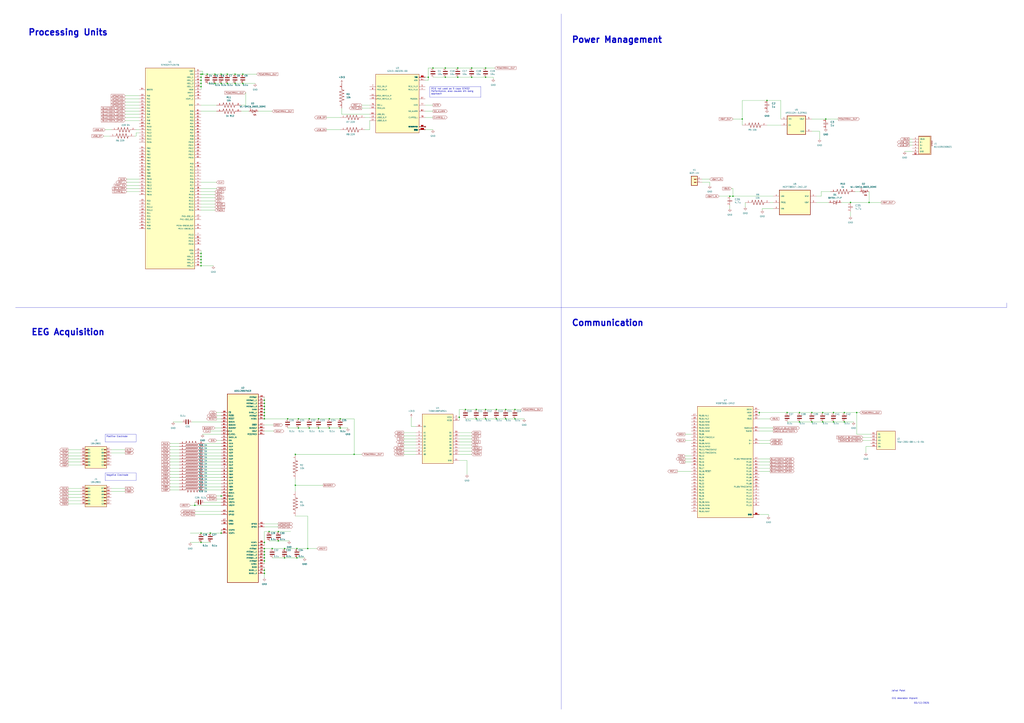
<source format=kicad_sch>
(kicad_sch (version 20231120) (generator "eeschema") (generator_version "8.0")
  (paper "A1")
  (junction (at 684.53 339.09))
  (junction (at 375.92 63.5))
  (junction (at 693.42 346.71))
  (junction (at 165.1 213.36))
  (junction (at 270.51 344.17))
  (junction (at 391.16 344.17))
  (junction (at 233.68 450.85))
  (junction (at 422.91 344.17))
  (junction (at 666.75 346.71))
  (junction (at 351.79 63.5))
  (junction (at 398.78 63.5))
  (junction (at 279.4 344.17))
  (junction (at 375.92 55.88))
  (junction (at 217.17 344.17))
  (junction (at 199.39 68.58))
  (junction (at 713.74 166.37))
  (junction (at 165.1 63.5))
  (junction (at 217.17 450.85))
  (junction (at 398.78 344.17))
  (junction (at 170.18 60.96))
  (junction (at 193.04 60.96))
  (junction (at 623.57 339.09))
  (junction (at 181.61 407.67))
  (junction (at 387.35 55.88))
  (junction (at 609.6 97.79))
  (junction (at 261.62 344.17))
  (junction (at 415.29 344.17))
  (junction (at 181.61 438.15))
  (junction (at 365.76 55.88))
  (junction (at 165.1 208.28))
  (junction (at 252.73 450.85))
  (junction (at 176.53 68.58))
  (junction (at 656.59 339.09))
  (junction (at 217.17 458.47))
  (junction (at 693.42 339.09))
  (junction (at 217.17 341.63))
  (junction (at 165.1 218.44))
  (junction (at 675.64 339.09))
  (junction (at 228.6 444.5))
  (junction (at 703.58 339.09))
  (junction (at 254 344.17))
  (junction (at 233.68 458.47))
  (junction (at 217.17 468.63))
  (junction (at 217.17 331.47))
  (junction (at 245.11 351.79))
  (junction (at 407.67 336.55))
  (junction (at 217.17 336.55))
  (junction (at 678.18 97.79))
  (junction (at 165.1 445.77))
  (junction (at 355.6 55.88))
  (junction (at 186.69 60.96))
  (junction (at 407.67 344.17))
  (junction (at 377.19 342.9))
  (junction (at 186.69 68.58))
  (junction (at 223.52 450.85))
  (junction (at 217.17 445.77))
  (junction (at 675.64 346.71))
  (junction (at 629.92 82.55))
  (junction (at 165.1 71.12))
  (junction (at 165.1 438.15))
  (junction (at 387.35 63.5))
  (junction (at 176.53 60.96))
  (junction (at 228.6 436.88))
  (junction (at 698.5 166.37))
  (junction (at 199.39 60.96))
  (junction (at 243.84 458.47))
  (junction (at 415.29 336.55))
  (junction (at 242.57 398.78))
  (junction (at 217.17 339.09))
  (junction (at 254 351.79))
  (junction (at 242.57 373.38))
  (junction (at 391.16 336.55))
  (junction (at 160.02 415.29))
  (junction (at 217.17 471.17))
  (junction (at 646.43 339.09))
  (junction (at 245.11 344.17))
  (junction (at 365.76 63.5))
  (junction (at 165.1 60.96))
  (junction (at 217.17 328.93))
  (junction (at 217.17 455.93))
  (junction (at 217.17 461.01))
  (junction (at 165.1 210.82))
  (junction (at 165.1 66.04))
  (junction (at 193.04 68.58))
  (junction (at 290.83 373.38))
  (junction (at 172.72 438.15))
  (junction (at 261.62 351.79))
  (junction (at 217.17 453.39))
  (junction (at 165.1 215.9))
  (junction (at 220.98 436.88))
  (junction (at 181.61 60.96))
  (junction (at 684.53 346.71))
  (junction (at 217.17 334.01))
  (junction (at 382.27 336.55))
  (junction (at 236.22 344.17))
  (junction (at 422.91 336.55))
  (junction (at 166.37 60.96))
  (junction (at 601.98 161.29))
  (junction (at 279.4 351.79))
  (junction (at 270.51 351.79))
  (junction (at 666.75 339.09))
  (junction (at 599.44 161.29))
  (junction (at 181.61 68.58))
  (junction (at 398.78 55.88))
  (junction (at 656.59 346.71))
  (junction (at 398.78 336.55))
  (junction (at 165.1 68.58))
  (junction (at 243.84 450.85))
  (wire (pts (xy 377.19 378.46) (xy 383.54 378.46)))
  (wire (pts (xy 102.87 83.82) (xy 114.3 83.82)))
  (wire (pts (xy 684.53 346.71) (xy 693.42 346.71)))
  (wire (pts (xy 201.93 76.2) (xy 201.93 86.36)))
  (wire (pts (xy 156.21 438.15) (xy 165.1 438.15)))
  (wire (pts (xy 349.25 86.36) (xy 355.6 86.36)))
  (wire (pts (xy 217.17 334.01) (xy 217.17 336.55)))
  (wire (pts (xy 167.64 400.05) (xy 181.61 400.05)))
  (wire (pts (xy 391.16 336.55) (xy 398.78 336.55)))
  (wire (pts (xy 199.39 68.58) (xy 209.55 68.58)))
  (wire (pts (xy 377.19 370.84) (xy 387.35 370.84)))
  (wire (pts (xy 331.47 365.76) (xy 341.63 365.76)))
  (wire (pts (xy 601.98 161.29) (xy 635 161.29)))
  (wire (pts (xy 666.75 97.79) (xy 678.18 97.79)))
  (wire (pts (xy 217.17 354.33) (xy 224.79 354.33)))
  (wire (pts (xy 165.1 215.9) (xy 165.1 218.44)))
  (wire (pts (xy 167.64 369.57) (xy 181.61 369.57)))
  (wire (pts (xy 279.4 351.79) (xy 285.75 351.79)))
  (wire (pts (xy 355.6 55.88) (xy 351.79 55.88)))
  (wire (pts (xy 398.78 63.5) (xy 405.13 63.5)))
  (wire (pts (xy 181.61 68.58) (xy 186.69 68.58)))
  (wire (pts (xy 675.64 339.09) (xy 684.53 339.09)))
  (wire (pts (xy 156.21 415.29) (xy 160.02 415.29)))
  (wire (pts (xy 635 171.45) (xy 626.11 171.45)))
  (wire (pts (xy 391.16 344.17) (xy 398.78 344.17)))
  (wire (pts (xy 102.87 91.44) (xy 114.3 91.44)))
  (wire (pts (xy 261.62 351.79) (xy 270.51 351.79)))
  (wire (pts (xy 166.37 356.87) (xy 181.61 356.87)))
  (wire (pts (xy 167.64 394.97) (xy 181.61 394.97)))
  (wire (pts (xy 139.7 377.19) (xy 147.32 377.19)))
  (wire (pts (xy 270.51 351.79) (xy 279.4 351.79)))
  (wire (pts (xy 631.19 422.91) (xy 631.19 424.18)))
  (wire (pts (xy 167.64 379.73) (xy 181.61 379.73)))
  (wire (pts (xy 297.18 86.36) (xy 303.53 86.36)))
  (wire (pts (xy 228.6 444.5) (xy 237.49 444.5)))
  (wire (pts (xy 167.64 412.75) (xy 181.61 412.75)))
  (wire (pts (xy 236.22 351.79) (xy 245.11 351.79)))
  (wire (pts (xy 55.88 369.57) (xy 66.04 369.57)))
  (wire (pts (xy 331.47 373.38) (xy 341.63 373.38)))
  (wire (pts (xy 217.17 349.25) (xy 224.79 349.25)))
  (wire (pts (xy 217.17 466.09) (xy 217.17 468.63)))
  (wire (pts (xy 217.17 471.17) (xy 217.17 474.98)))
  (wire (pts (xy 377.19 368.3) (xy 387.35 368.3)))
  (wire (pts (xy 165.1 165.1) (xy 176.53 165.1)))
  (wire (pts (xy 377.19 336.55) (xy 382.27 336.55)))
  (wire (pts (xy 102.87 81.28) (xy 114.3 81.28)))
  (wire (pts (xy 55.88 372.11) (xy 66.04 372.11)))
  (wire (pts (xy 166.37 60.96) (xy 170.18 60.96)))
  (wire (pts (xy 562.61 377.19) (xy 567.69 377.19)))
  (wire (pts (xy 212.09 91.44) (xy 223.52 91.44)))
  (wire (pts (xy 172.72 354.33) (xy 181.61 354.33)))
  (wire (pts (xy 562.61 374.65) (xy 567.69 374.65)))
  (wire (pts (xy 177.8 341.63) (xy 181.61 341.63)))
  (wire (pts (xy 698.5 166.37) (xy 713.74 166.37)))
  (wire (pts (xy 693.42 339.09) (xy 703.58 339.09)))
  (polyline (pts (xy 461.01 252.73) (xy 826.77 252.73)))
  (wire (pts (xy 217.17 341.63) (xy 217.17 344.17)))
  (wire (pts (xy 181.61 60.96) (xy 186.69 60.96)))
  (wire (pts (xy 160.02 415.29) (xy 181.61 415.29)))
  (wire (pts (xy 91.44 372.11) (xy 102.87 372.11)))
  (wire (pts (xy 110.49 111.76) (xy 111.76 111.76)))
  (wire (pts (xy 139.7 400.05) (xy 147.32 400.05)))
  (wire (pts (xy 198.12 91.44) (xy 204.47 91.44)))
  (wire (pts (xy 398.78 336.55) (xy 407.67 336.55)))
  (wire (pts (xy 715.01 367.03) (xy 711.2 367.03)))
  (wire (pts (xy 623.57 361.95) (xy 632.46 361.95)))
  (wire (pts (xy 243.84 458.47) (xy 250.19 458.47)))
  (wire (pts (xy 217.17 455.93) (xy 217.17 458.47)))
  (wire (pts (xy 299.72 106.68) (xy 303.53 106.68)))
  (wire (pts (xy 299.72 96.52) (xy 303.53 96.52)))
  (wire (pts (xy 337.82 342.9) (xy 337.82 350.52)))
  (wire (pts (xy 167.64 384.81) (xy 181.61 384.81)))
  (wire (pts (xy 102.87 86.36) (xy 114.3 86.36)))
  (wire (pts (xy 104.14 157.48) (xy 114.3 157.48)))
  (wire (pts (xy 629.92 102.87) (xy 641.35 102.87)))
  (wire (pts (xy 55.88 414.02) (xy 66.04 414.02)))
  (wire (pts (xy 176.53 68.58) (xy 181.61 68.58)))
  (wire (pts (xy 223.52 450.85) (xy 233.68 450.85)))
  (wire (pts (xy 167.64 374.65) (xy 181.61 374.65)))
  (wire (pts (xy 139.7 369.57) (xy 147.32 369.57)))
  (wire (pts (xy 177.8 344.17) (xy 181.61 344.17)))
  (wire (pts (xy 674.37 157.48) (xy 681.99 157.48)))
  (wire (pts (xy 55.88 401.32) (xy 66.04 401.32)))
  (wire (pts (xy 217.17 436.88) (xy 220.98 436.88)))
  (wire (pts (xy 626.11 171.45) (xy 626.11 172.72)))
  (wire (pts (xy 217.17 336.55) (xy 217.17 339.09)))
  (wire (pts (xy 165.1 63.5) (xy 165.1 66.04)))
  (wire (pts (xy 165.1 160.02) (xy 176.53 160.02)))
  (wire (pts (xy 55.88 382.27) (xy 66.04 382.27)))
  (wire (pts (xy 749.3 116.84) (xy 746.76 116.84)))
  (wire (pts (xy 612.14 166.37) (xy 612.14 170.18)))
  (wire (pts (xy 165.1 60.96) (xy 166.37 60.96)))
  (wire (pts (xy 331.47 360.68) (xy 341.63 360.68)))
  (wire (pts (xy 245.11 351.79) (xy 254 351.79)))
  (wire (pts (xy 217.17 450.85) (xy 217.17 453.39)))
  (wire (pts (xy 165.1 218.44) (xy 175.26 218.44)))
  (wire (pts (xy 217.17 458.47) (xy 217.17 461.01)))
  (wire (pts (xy 156.21 445.77) (xy 165.1 445.77)))
  (wire (pts (xy 233.68 458.47) (xy 243.84 458.47)))
  (wire (pts (xy 165.1 66.04) (xy 165.1 68.58)))
  (wire (pts (xy 167.64 389.89) (xy 181.61 389.89)))
  (wire (pts (xy 167.64 387.35) (xy 181.61 387.35)))
  (wire (pts (xy 139.7 394.97) (xy 147.32 394.97)))
  (wire (pts (xy 331.47 368.3) (xy 341.63 368.3)))
  (wire (pts (xy 375.92 63.5) (xy 387.35 63.5)))
  (wire (pts (xy 713.74 166.37) (xy 723.9 166.37)))
  (wire (pts (xy 172.72 438.15) (xy 181.61 438.15)))
  (wire (pts (xy 233.68 450.85) (xy 243.84 450.85)))
  (wire (pts (xy 102.87 78.74) (xy 114.3 78.74)))
  (wire (pts (xy 236.22 344.17) (xy 245.11 344.17)))
  (wire (pts (xy 703.58 339.09) (xy 706.12 339.09)))
  (wire (pts (xy 111.76 109.22) (xy 114.3 109.22)))
  (wire (pts (xy 193.04 68.58) (xy 199.39 68.58)))
  (wire (pts (xy 582.93 149.86) (xy 582.93 152.4)))
  (wire (pts (xy 556.26 387.35) (xy 567.69 387.35)))
  (wire (pts (xy 407.67 344.17) (xy 415.29 344.17)))
  (wire (pts (xy 217.17 430.53) (xy 228.6 430.53)))
  (wire (pts (xy 170.18 60.96) (xy 176.53 60.96)))
  (polyline (pts (xy 826.77 248.92) (xy 826.77 252.73)))
  (wire (pts (xy 382.27 336.55) (xy 391.16 336.55)))
  (wire (pts (xy 656.59 339.09) (xy 666.75 339.09)))
  (wire (pts (xy 270.51 344.17) (xy 279.4 344.17)))
  (wire (pts (xy 55.88 374.65) (xy 66.04 374.65)))
  (wire (pts (xy 351.79 55.88) (xy 351.79 63.5)))
  (wire (pts (xy 290.83 373.38) (xy 297.18 373.38)))
  (wire (pts (xy 377.19 342.9) (xy 377.19 345.44)))
  (wire (pts (xy 177.8 361.95) (xy 181.61 361.95)))
  (wire (pts (xy 252.73 450.85) (xy 260.35 450.85)))
  (wire (pts (xy 576.58 149.86) (xy 582.93 149.86)))
  (wire (pts (xy 55.88 379.73) (xy 66.04 379.73)))
  (wire (pts (xy 165.1 205.74) (xy 165.1 208.28)))
  (wire (pts (xy 165.1 170.18) (xy 176.53 170.18)))
  (wire (pts (xy 355.6 55.88) (xy 365.76 55.88)))
  (wire (pts (xy 673.1 107.95) (xy 673.1 114.3)))
  (wire (pts (xy 220.98 436.88) (xy 228.6 436.88)))
  (wire (pts (xy 331.47 370.84) (xy 341.63 370.84)))
  (wire (pts (xy 91.44 403.86) (xy 102.87 403.86)))
  (wire (pts (xy 245.11 344.17) (xy 254 344.17)))
  (wire (pts (xy 684.53 339.09) (xy 693.42 339.09)))
  (wire (pts (xy 176.53 60.96) (xy 181.61 60.96)))
  (wire (pts (xy 297.18 88.9) (xy 303.53 88.9)))
  (wire (pts (xy 243.84 450.85) (xy 252.73 450.85)))
  (wire (pts (xy 280.67 93.98) (xy 303.53 93.98)))
  (wire (pts (xy 711.2 367.03) (xy 711.2 372.11)))
  (wire (pts (xy 217.17 468.63) (xy 217.17 471.17)))
  (wire (pts (xy 102.87 96.52) (xy 114.3 96.52)))
  (wire (pts (xy 104.14 152.4) (xy 114.3 152.4)))
  (wire (pts (xy 167.64 382.27) (xy 181.61 382.27)))
  (wire (pts (xy 86.36 106.68) (xy 91.44 106.68)))
  (wire (pts (xy 387.35 63.5) (xy 398.78 63.5)))
  (wire (pts (xy 267.97 106.68) (xy 279.4 106.68)))
  (wire (pts (xy 165.1 213.36) (xy 165.1 215.9)))
  (wire (pts (xy 165.1 167.64) (xy 176.53 167.64)))
  (wire (pts (xy 279.4 344.17) (xy 290.83 344.17)))
  (wire (pts (xy 139.7 364.49) (xy 147.32 364.49)))
  (wire (pts (xy 252.73 424.18) (xy 242.57 424.18)))
  (wire (pts (xy 165.1 438.15) (xy 172.72 438.15)))
  (wire (pts (xy 104.14 154.94) (xy 114.3 154.94)))
  (wire (pts (xy 181.61 435.61) (xy 181.61 438.15)))
  (wire (pts (xy 623.57 387.35) (xy 632.46 387.35)))
  (wire (pts (xy 646.43 339.09) (xy 656.59 339.09)))
  (wire (pts (xy 290.83 344.17) (xy 290.83 373.38)))
  (wire (pts (xy 199.39 60.96) (xy 210.82 60.96)))
  (wire (pts (xy 666.75 346.71) (xy 675.64 346.71)))
  (wire (pts (xy 377.19 373.38) (xy 387.35 373.38)))
  (wire (pts (xy 166.37 58.42) (xy 166.37 60.96)))
  (wire (pts (xy 349.25 96.52) (xy 355.6 96.52)))
  (wire (pts (xy 599.44 161.29) (xy 601.98 161.29)))
  (wire (pts (xy 365.76 55.88) (xy 375.92 55.88)))
  (wire (pts (xy 165.1 154.94) (xy 177.8 154.94)))
  (wire (pts (xy 415.29 336.55) (xy 422.91 336.55)))
  (wire (pts (xy 139.7 402.59) (xy 147.32 402.59)))
  (wire (pts (xy 182.88 407.67) (xy 181.61 407.67)))
  (wire (pts (xy 742.95 124.46) (xy 749.3 124.46)))
  (wire (pts (xy 656.59 346.71) (xy 666.75 346.71)))
  (wire (pts (xy 217.17 331.47) (xy 217.17 334.01)))
  (wire (pts (xy 609.6 82.55) (xy 609.6 97.79)))
  (wire (pts (xy 165.1 149.86) (xy 177.8 149.86)))
  (wire (pts (xy 252.73 424.18) (xy 252.73 450.85)))
  (wire (pts (xy 746.76 114.3) (xy 749.3 114.3)))
  (wire (pts (xy 139.7 372.11) (xy 147.32 372.11)))
  (wire (pts (xy 217.17 450.85) (xy 223.52 450.85)))
  (wire (pts (xy 217.17 448.31) (xy 217.17 445.77)))
  (wire (pts (xy 254 344.17) (xy 261.62 344.17)))
  (wire (pts (xy 139.7 384.81) (xy 147.32 384.81)))
  (wire (pts (xy 600.71 154.94) (xy 601.98 154.94)))
  (wire (pts (xy 170.18 68.58) (xy 176.53 68.58)))
  (wire (pts (xy 242.57 393.7) (xy 242.57 398.78)))
  (wire (pts (xy 331.47 358.14) (xy 341.63 358.14)))
  (wire (pts (xy 623.57 354.33) (xy 635 354.33)))
  (wire (pts (xy 139.7 392.43) (xy 147.32 392.43)))
  (polyline (pts (xy 461.01 11.43) (xy 461.01 582.93)))
  (wire (pts (xy 746.76 119.38) (xy 749.3 119.38)))
  (wire (pts (xy 666.75 107.95) (xy 673.1 107.95)))
  (wire (pts (xy 55.88 408.94) (xy 66.04 408.94)))
  (wire (pts (xy 349.25 91.44) (xy 355.6 91.44)))
  (wire (pts (xy 242.57 398.78) (xy 265.43 398.78)))
  (wire (pts (xy 708.66 361.95) (xy 715.01 361.95)))
  (wire (pts (xy 646.43 346.71) (xy 656.59 346.71)))
  (wire (pts (xy 670.56 166.37) (xy 680.72 166.37)))
  (wire (pts (xy 398.78 344.17) (xy 407.67 344.17)))
  (wire (pts (xy 623.57 384.81) (xy 632.46 384.81)))
  (wire (pts (xy 55.88 377.19) (xy 66.04 377.19)))
  (wire (pts (xy 407.67 336.55) (xy 415.29 336.55)))
  (wire (pts (xy 609.6 82.55) (xy 629.92 82.55)))
  (wire (pts (xy 562.61 379.73) (xy 567.69 379.73)))
  (wire (pts (xy 576.58 147.32) (xy 582.93 147.32)))
  (wire (pts (xy 177.8 410.21) (xy 181.61 410.21)))
  (wire (pts (xy 104.14 147.32) (xy 114.3 147.32)))
  (wire (pts (xy 217.17 328.93) (xy 217.17 331.47)))
  (wire (pts (xy 590.55 161.29) (xy 599.44 161.29)))
  (wire (pts (xy 139.7 397.51) (xy 147.32 397.51)))
  (wire (pts (xy 167.64 377.19) (xy 181.61 377.19)))
  (wire (pts (xy 139.7 387.35) (xy 147.32 387.35)))
  (wire (pts (xy 104.14 149.86) (xy 114.3 149.86)))
  (wire (pts (xy 139.7 374.65) (xy 147.32 374.65)))
  (wire (pts (xy 623.57 344.17) (xy 632.46 344.17)))
  (wire (pts (xy 165.1 445.77) (xy 172.72 445.77)))
  (wire (pts (xy 167.64 392.43) (xy 181.61 392.43)))
  (polyline (pts (xy 12.7 252.73) (xy 461.01 252.73)))
  (wire (pts (xy 706.12 157.48) (xy 702.31 157.48)))
  (wire (pts (xy 674.37 161.29) (xy 674.37 157.48)))
  (wire (pts (xy 139.7 367.03) (xy 147.32 367.03)))
  (wire (pts (xy 280.67 88.9) (xy 280.67 93.98)))
  (wire (pts (xy 165.1 91.44) (xy 177.8 91.44)))
  (wire (pts (xy 176.53 351.79) (xy 181.61 351.79)))
  (wire (pts (xy 349.25 106.68) (xy 355.6 106.68)))
  (wire (pts (xy 165.1 162.56) (xy 176.53 162.56)))
  (wire (pts (xy 261.62 344.17) (xy 270.51 344.17)))
  (wire (pts (xy 377.19 365.76) (xy 387.35 365.76)))
  (wire (pts (xy 666.75 339.09) (xy 675.64 339.09)))
  (wire (pts (xy 102.87 88.9) (xy 114.3 88.9)))
  (wire (pts (xy 165.1 68.58) (xy 165.1 71.12)))
  (wire (pts (xy 351.79 66.04) (xy 351.79 63.5)))
  (wire (pts (xy 165.1 210.82) (xy 165.1 213.36)))
  (wire (pts (xy 55.88 403.86) (xy 66.04 403.86)))
  (wire (pts (xy 220.98 444.5) (xy 228.6 444.5)))
  (wire (pts (xy 609.6 97.79) (xy 609.6 102.87)))
  (wire (pts (xy 623.57 364.49) (xy 632.46 364.49)))
  (wire (pts (xy 641.35 82.55) (xy 641.35 97.79)))
  (wire (pts (xy 139.7 379.73) (xy 147.32 379.73)))
  (wire (pts (xy 167.64 397.51) (xy 181.61 397.51)))
  (wire (pts (xy 383.54 378.46) (xy 383.54 389.89)))
  (wire (pts (xy 690.88 166.37) (xy 698.5 166.37)))
  (wire (pts (xy 160.02 412.75) (xy 160.02 415.29)))
  (wire (pts (xy 142.24 346.71) (xy 149.86 346.71)))
  (wire (pts (xy 242.57 403.86) (xy 242.57 398.78)))
  (wire (pts (xy 562.61 356.87) (xy 567.69 356.87)))
  (wire (pts (xy 186.69 68.58) (xy 193.04 68.58)))
  (wire (pts (xy 217.17 344.17) (xy 236.22 344.17)))
  (wire (pts (xy 422.91 336.55) (xy 427.99 336.55)))
  (wire (pts (xy 165.1 58.42) (xy 166.37 58.42)))
  (wire (pts (xy 623.57 379.73) (xy 632.46 379.73)))
  (wire (pts (xy 217.17 461.01) (xy 217.17 463.55)))
  (wire (pts (xy 198.12 86.36) (xy 201.93 86.36)))
  (wire (pts (xy 601.98 154.94) (xy 601.98 161.29)))
  (wire (pts (xy 242.57 374.65) (xy 242.57 373.38)))
  (wire (pts (xy 165.1 86.36) (xy 177.8 86.36)))
  (wire (pts (xy 599.44 168.91) (xy 599.44 171.45)))
  (wire (pts (xy 623.57 339.09) (xy 646.43 339.09)))
  (wire (pts (xy 111.76 106.68) (xy 114.3 106.68)))
  (wire (pts (xy 703.58 356.87) (xy 715.01 356.87)))
  (wire (pts (xy 349.25 66.04) (xy 351.79 66.04)))
  (wire (pts (xy 217.17 445.77) (xy 217.17 436.88)))
  (wire (pts (xy 375.92 55.88) (xy 387.35 55.88)))
  (wire (pts (xy 165.1 157.48) (xy 176.53 157.48)))
  (wire (pts (xy 562.61 361.95) (xy 567.69 361.95)))
  (wire (pts (xy 111.76 111.76) (xy 111.76 109.22)))
  (wire (pts (xy 601.98 97.79) (xy 609.6 97.79)))
  (wire (pts (xy 167.64 372.11) (xy 181.61 372.11)))
  (wire (pts (xy 193.04 60.96) (xy 199.39 60.96)))
  (wire (pts (xy 290.83 373.38) (xy 242.57 373.38)))
  (wire (pts (xy 623.57 382.27) (xy 632.46 382.27)))
  (wire (pts (xy 102.87 99.06) (xy 114.3 99.06)))
  (wire (pts (xy 165.1 71.12) (xy 165.1 73.66)))
  (wire (pts (xy 217.17 433.07) (xy 228.6 433.07)))
  (wire (pts (xy 217.17 453.39) (xy 217.17 455.93)))
  (wire (pts (xy 217.17 339.09) (xy 217.17 341.63)))
  (wire (pts (xy 708.66 359.41) (xy 715.01 359.41)))
  (wire (pts (xy 398.78 55.88) (xy 406.4 55.88)))
  (wire (pts (xy 223.52 458.47) (xy 233.68 458.47)))
  (wire (pts (xy 341.63 350.52) (xy 337.82 350.52)))
  (wire (pts (xy 623.57 351.79) (xy 635 351.79)))
  (wire (pts (xy 349.25 63.5) (xy 351.79 63.5)))
  (wire (pts (xy 377.19 358.14) (xy 387.35 358.14)))
  (wire (pts (xy 177.8 407.67) (xy 181.61 407.67)))
  (wire (pts (xy 160.02 420.37) (xy 181.61 420.37)))
  (wire (pts (xy 165.1 172.72) (xy 176.53 172.72)))
  (wire (pts (xy 331.47 363.22) (xy 341.63 363.22)))
  (wire (pts (xy 331.47 355.6) (xy 341.63 355.6)))
  (wire (pts (xy 670.56 161.29) (xy 674.37 161.29)))
  (wire (pts (xy 55.88 406.4) (xy 66.04 406.4)))
  (wire (pts (xy 228.6 436.88) (xy 238.76 436.88)))
  (wire (pts (xy 139.7 389.89) (xy 147.32 389.89)))
  (wire (pts (xy 422.91 344.17) (xy 430.53 344.17)))
  (wire (pts (xy 629.92 82.55) (xy 641.35 82.55)))
  (wire (pts (xy 91.44 369.57) (xy 102.87 369.57)))
  (wire (pts (xy 167.64 364.49) (xy 181.61 364.49)))
  (wire (pts (xy 693.42 346.71) (xy 701.04 346.71)))
  (wire (pts (xy 365.76 63.5) (xy 375.92 63.5)))
  (wire (pts (xy 167.64 367.03) (xy 181.61 367.03)))
  (wire (pts (xy 267.97 96.52) (xy 279.4 96.52)))
  (wire (pts (xy 186.69 60.96) (xy 193.04 60.96)))
  (wire (pts (xy 217.17 326.39) (xy 217.17 328.93)))
  (wire (pts (xy 254 351.79) (xy 261.62 351.79)))
  (wire (pts (xy 157.48 346.71) (xy 181.61 346.71)))
  (wire (pts (xy 675.64 346.71) (xy 684.53 346.71)))
  (wire (pts (xy 139.7 382.27) (xy 147.32 382.27)))
  (wire (pts (xy 623.57 339.09) (xy 623.57 341.63)))
  (wire (pts (xy 177.8 339.09) (xy 181.61 339.09)))
  (wire (pts (xy 387.35 55.88) (xy 398.78 55.88)))
  (wire (pts (xy 160.02 422.91) (xy 181.61 422.91)))
  (wire (pts (xy 632.46 166.37) (xy 635 166.37)))
  (wire (pts (xy 377.19 363.22) (xy 387.35 363.22)))
  (wire (pts (xy 623.57 377.19) (xy 632.46 377.19)))
  (wire (pts (xy 91.44 401.32) (xy 102.87 401.32)))
  (wire (pts (xy 623.57 422.91) (xy 631.19 422.91)))
  (wire (pts (xy 713.74 157.48) (xy 713.74 166.37)))
  (wire (pts (xy 678.18 97.79) (xy 688.34 97.79)))
  (wire (pts (xy 102.87 93.98) (xy 114.3 93.98)))
  (wire (pts (xy 303.53 106.68) (xy 303.53 99.06)))
  (wire (pts (xy 415.29 344.17) (xy 422.91 344.17)))
  (wire (pts (xy 405.13 63.5) (xy 405.13 64.77)))
  (wire (pts (xy 355.6 63.5) (xy 365.76 63.5)))
  (wire (pts (xy 165.1 208.28) (xy 165.1 210.82)))
  (wire (pts (xy 377.19 360.68) (xy 387.35 360.68)))
  (wire (pts (xy 382.27 344.17) (xy 391.16 344.17)))
  (wire (pts (xy 167.64 402.59) (xy 181.61 402.59)))
  (wire (pts (xy 703.58 339.09) (xy 703.58 356.87)))
  (wire (pts (xy 55.88 411.48) (xy 66.04 411.48)))
  (wire (pts (xy 377.19 355.6) (xy 387.35 355.6)))
  (wire (pts (xy 698.5 173.99) (xy 698.5 177.8)))
  (wire (pts (xy 90.17 111.76) (xy 85.09 111.76)))
  (wire (pts (xy 377.19 336.55) (xy 377.19 342.9)))
  (wire (pts (xy 165.1 60.96) (xy 165.1 63.5)))
  (text_box "PCIE not used as it caps STM32 Performance, also causes bit-bang approach\n" (at 353.06 71.12 0) (size 41.91 8.89) (effects (font (size 1.27 1.27)) (justify left top)))
  (text_box "Negative Electrode\n" (at 86.36 388.62 0) (size 25.4 6.35) (effects (font (size 1.27 1.27)) (justify left top)))
  (text_box "Positive Electrode\n" (at 86.36 356.87 0) (size 25.4 6.35) (effects (font (size 1.27 1.27)) (justify left top)))
  (text "Communication\n" (at 499.11 265.43 0) (effects (font (size 5.08 5.08) (thickness 1.016) (bold yes))))
  (text "EEG Acquisition\n" (at 55.88 273.05 0) (effects (font (size 5.08 5.08) (thickness 1.016) (bold yes))))
  (text "EEG Wearable Implant\n" (at 742.95 574.04 0) (effects (font (size 1.27 1.27))))
  (text "Processing Units" (at 55.88 26.67 0) (effects (font (size 5.08 5.08) (thickness 1.016) (bold yes))))
  (text "03/12/2025\n" (at 756.92 577.85 0) (effects (font (size 1.27 1.27))))
  (text "Jaival Patel\n" (at 737.87 567.69 0) (effects (font (size 1.27 1.27))))
  (text "Power Management\n\n" (at 506.73 36.83 0) (effects (font (size 5.08 5.08) (thickness 1.016) (bold yes))))
  (global_label "RESET" (shape output) (at 331.47 368.3 180) (property "Intersheetrefs" "${INTERSHEET_REFS}" (effects (hide yes))))
  (global_label "APSGPIO4" (shape output) (at 228.6 433.07 0) (property "Intersheetrefs" "${INTERSHEET_REFS}" (effects (hide yes))))
  (global_label "DRDY" (shape input) (at 387.35 355.6 0) (property "Intersheetrefs" "${INTERSHEET_REFS}" (effects (hide yes))))
  (global_label "VREFF" (shape input) (at 156.21 415.29 180) (property "Intersheetrefs" "${INTERSHEET_REFS}" (effects (hide yes))))
  (global_label "DRDY" (shape output) (at 562.61 356.87 180) (property "Intersheetrefs" "${INTERSHEET_REFS}" (effects (hide yes))))
  (global_label "IN1N" (shape output) (at 55.88 401.32 180) (property "Intersheetrefs" "${INTERSHEET_REFS}" (effects (hide yes))))
  (global_label "INTR" (shape input) (at 104.14 147.32 180) (property "Intersheetrefs" "${INTERSHEET_REFS}" (effects (hide yes))))
  (global_label "IN8N" (shape input) (at 139.7 400.05 180) (property "Intersheetrefs" "${INTERSHEET_REFS}" (effects (hide yes))))
  (global_label "IN4P" (shape output) (at 55.88 377.19 180) (property "Intersheetrefs" "${INTERSHEET_REFS}" (effects (hide yes))))
  (global_label "RESET" (shape input) (at 387.35 368.3 0) (property "Intersheetrefs" "${INTERSHEET_REFS}" (effects (hide yes))))
  (global_label "DOUT" (shape input) (at 387.35 358.14 0) (property "Intersheetrefs" "${INTERSHEET_REFS}" (effects (hide yes))))
  (global_label "IN1N" (shape input) (at 139.7 364.49 180) (property "Intersheetrefs" "${INTERSHEET_REFS}" (effects (hide yes))))
  (global_label "DRDY" (shape output) (at 331.47 355.6 180) (property "Intersheetrefs" "${INTERSHEET_REFS}" (effects (hide yes))))
  (global_label "APSGPIO1" (shape output) (at 160.02 420.37 180) (property "Intersheetrefs" "${INTERSHEET_REFS}" (effects (hide yes))))
  (global_label "IN3N" (shape output) (at 55.88 406.4 180) (property "Intersheetrefs" "${INTERSHEET_REFS}" (effects (hide yes))))
  (global_label "POWERRAIL_OUT" (shape input) (at 706.12 339.09 0) (property "Intersheetrefs" "${INTERSHEET_REFS}" (effects (hide yes))))
  (global_label "USB_DP" (shape output) (at 746.76 119.38 180) (property "Intersheetrefs" "${INTERSHEET_REFS}" (effects (hide yes))))
  (global_label "BLUETOOTH_GPIO2" (shape output) (at 632.46 382.27 0) (property "Intersheetrefs" "${INTERSHEET_REFS}" (effects (hide yes))))
  (global_label "SWDCLK_BLUETOOTH" (shape output) (at 635 351.79 0) (property "Intersheetrefs" "${INTERSHEET_REFS}" (effects (hide yes))))
  (global_label "BIASREF" (shape input) (at 176.53 351.79 180) (property "Intersheetrefs" "${INTERSHEET_REFS}" (effects (hide yes))))
  (global_label "RST_L" (shape bidirectional) (at 297.18 86.36 180) (property "Intersheetrefs" "${INTERSHEET_REFS}" (effects (hide yes))))
  (global_label "VBATT_IN" (shape input) (at 582.93 147.32 0) (property "Intersheetrefs" "${INTERSHEET_REFS}" (effects (hide yes))))
  (global_label "IN8P" (shape input) (at 139.7 402.59 180) (property "Intersheetrefs" "${INTERSHEET_REFS}" (effects (hide yes))))
  (global_label "DOUT" (shape bidirectional) (at 224.79 354.33 0) (property "Intersheetrefs" "${INTERSHEET_REFS}" (effects (hide yes))))
  (global_label "POWERRAIL_OUT" (shape input) (at 427.99 336.55 0) (property "Intersheetrefs" "${INTERSHEET_REFS}" (effects (hide yes))))
  (global_label "IN3P" (shape output) (at 55.88 374.65 180) (property "Intersheetrefs" "${INTERSHEET_REFS}" (effects (hide yes))))
  (global_label "IN1P" (shape output) (at 55.88 369.57 180) (property "Intersheetrefs" "${INTERSHEET_REFS}" (effects (hide yes))))
  (global_label "POWERRAIL_OUT" (shape input) (at 406.4 55.88 0) (property "Intersheetrefs" "${INTERSHEET_REFS}" (effects (hide yes))))
  (global_label "VREFF" (shape input) (at 260.35 450.85 0) (property "Intersheetrefs" "${INTERSHEET_REFS}" (effects (hide yes))))
  (global_label "POWERRAIL_OUT" (shape input) (at 297.18 373.38 0) (property "Intersheetrefs" "${INTERSHEET_REFS}" (effects (hide yes))))
  (global_label "IN1P" (shape input) (at 139.7 367.03 180) (property "Intersheetrefs" "${INTERSHEET_REFS}" (effects (hide yes))))
  (global_label "APSGPIO3" (shape input) (at 102.87 83.82 180) (property "Intersheetrefs" "${INTERSHEET_REFS}" (effects (hide yes))))
  (global_label "SWDCLK_BLUETOOTH" (shape input) (at 708.66 359.41 180) (property "Intersheetrefs" "${INTERSHEET_REFS}" (effects (hide yes))))
  (global_label "APSGPIO1" (shape input) (at 102.87 78.74 180) (property "Intersheetrefs" "${INTERSHEET_REFS}" (effects (hide yes))))
  (global_label "IN3N" (shape input) (at 139.7 374.65 180) (property "Intersheetrefs" "${INTERSHEET_REFS}" (effects (hide yes))))
  (global_label "BLUETOOTH_GPIO4" (shape output) (at 632.46 387.35 0) (property "Intersheetrefs" "${INTERSHEET_REFS}" (effects (hide yes))))
  (global_label "IN4P" (shape input) (at 139.7 382.27 180) (property "Intersheetrefs" "${INTERSHEET_REFS}" (effects (hide yes))))
  (global_label "APSGPIO2" (shape input) (at 102.87 81.28 180) (property "Intersheetrefs" "${INTERSHEET_REFS}" (effects (hide yes))))
  (global_label "IN2P" (shape input) (at 139.7 372.11 180) (property "Intersheetrefs" "${INTERSHEET_REFS}" (effects (hide yes))))
  (global_label "VBAT_OUT" (shape output) (at 723.9 166.37 0) (property "Intersheetrefs" "${INTERSHEET_REFS}" (effects (hide yes))))
  (global_label "IN4N" (shape input) (at 139.7 379.73 180) (property "Intersheetrefs" "${INTERSHEET_REFS}" (effects (hide yes))))
  (global_label "SCLK" (shape input) (at 387.35 363.22 0) (property "Intersheetrefs" "${INTERSHEET_REFS}" (effects (hide yes))))
  (global_label "IN8P" (shape output) (at 102.87 372.11 0) (property "Intersheetrefs" "${INTERSHEET_REFS}" (effects (hide yes))))
  (global_label "IN2P" (shape output) (at 55.88 372.11 180) (property "Intersheetrefs" "${INTERSHEET_REFS}" (effects (hide yes))))
  (global_label "POWERRAIL_OUT" (shape input) (at 210.82 60.96 0) (property "Intersheetrefs" "${INTERSHEET_REFS}" (effects (hide yes))))
  (global_label "IN7N" (shape output) (at 102.87 401.32 0) (property "Intersheetrefs" "${INTERSHEET_REFS}" (effects (hide yes))))
  (global_label "IN8N" (shape output) (at 102.87 403.86 0) (property "Intersheetrefs" "${INTERSHEET_REFS}" (effects (hide yes))))
  (global_label "IN2N" (shape output) (at 55.88 403.86 180) (property "Intersheetrefs" "${INTERSHEET_REFS}" (effects (hide yes))))
  (global_label "USB_DN" (shape input) (at 86.36 106.68 180) (property "Intersheetrefs" "${INTERSHEET_REFS}" (effects (hide yes))))
  (global_label "USB_DP" (shape input) (at 632.46 361.95 0) (property "Intersheetrefs" "${INTERSHEET_REFS}" (effects (hide yes))))
  (global_label "SCLK" (shape bidirectional) (at 177.8 407.67 180) (property "Intersheetrefs" "${INTERSHEET_REFS}" (effects (hide yes))))
  (global_label "BLUETOOTH_GPIO0" (shape input) (at 102.87 88.9 180) (property "Intersheetrefs" "${INTERSHEET_REFS}" (effects (hide yes))))
  (global_label "CLKREQ_L" (shape input) (at 104.14 157.48 180) (property "Intersheetrefs" "${INTERSHEET_REFS}" (effects (hide yes))))
  (global_label "DRDY" (shape input) (at 177.8 154.94 0) (property "Intersheetrefs" "${INTERSHEET_REFS}" (effects (hide yes))))
  (global_label "BLUETOOTH_GPIO0" (shape output) (at 632.46 377.19 0) (property "Intersheetrefs" "${INTERSHEET_REFS}" (effects (hide yes))))
  (global_label "BLUETOOTH_GPIO2" (shape input) (at 102.87 93.98 180) (property "Intersheetrefs" "${INTERSHEET_REFS}" (effects (hide yes))))
  (global_label "USB_DN" (shape output) (at 746.76 116.84 180) (property "Intersheetrefs" "${INTERSHEET_REFS}" (effects (hide yes))))
  (global_label "USB_DP" (shape input) (at 85.09 111.76 180) (property "Intersheetrefs" "${INTERSHEET_REFS}" (effects (hide yes))))
  (global_label "DIN" (shape bidirectional) (at 177.8 361.95 180) (property "Intersheetrefs" "${INTERSHEET_REFS}" (effects (hide yes))))
  (global_label "DOUT" (shape input) (at 176.53 162.56 0) (property "Intersheetrefs" "${INTERSHEET_REFS}" (effects (hide yes))))
  (global_label "VBUS" (shape input) (at 600.71 154.94 180) (property "Intersheetrefs" "${INTERSHEET_REFS}" (effects (hide yes))))
  (global_label "PWDN" (shape output) (at 331.47 373.38 180) (property "Intersheetrefs" "${INTERSHEET_REFS}" (effects (hide yes))))
  (global_label "USB_DP" (shape output) (at 267.97 96.52 180) (property "Intersheetrefs" "${INTERSHEET_REFS}" (effects (hide yes))))
  (global_label "BIASREF" (shape output) (at 265.43 398.78 0) (property "Intersheetrefs" "${INTERSHEET_REFS}" (effects (hide yes))))
  (global_label "VBAT_OUT" (shape input) (at 601.98 97.79 180) (property "Intersheetrefs" "${INTERSHEET_REFS}" (effects (hide yes))))
  (global_label "CS" (shape input) (at 176.53 165.1 0) (property "Intersheetrefs" "${INTERSHEET_REFS}" (effects (hide yes))))
  (global_label "SCLK" (shape input) (at 176.53 157.48 0) (property "Intersheetrefs" "${INTERSHEET_REFS}" (effects (hide yes))))
  (global_label "RESET" (shape input) (at 176.53 170.18 0) (property "Intersheetrefs" "${INTERSHEET_REFS}" (effects (hide yes))))
  (global_label "START" (shape output) (at 331.47 370.84 180) (property "Intersheetrefs" "${INTERSHEET_REFS}" (effects (hide yes))))
  (global_label "BLUETOOTH_GPIO4" (shape input) (at 102.87 99.06 180) (property "Intersheetrefs" "${INTERSHEET_REFS}" (effects (hide yes))))
  (global_label "IN7P" (shape output) (at 102.87 369.57 0) (property "Intersheetrefs" "${INTERSHEET_REFS}" (effects (hide yes))))
  (global_label "POWERRAIL_OUT" (shape input) (at 201.93 76.2 180) (property "Intersheetrefs" "${INTERSHEET_REFS}" (effects (hide yes))))
  (global_label "CLK" (shape output) (at 172.72 354.33 180) (property "Intersheetrefs" "${INTERSHEET_REFS}" (effects (hide yes))))
  (global_label "IN3P" (shape input) (at 139.7 377.19 180) (property "Intersheetrefs" "${INTERSHEET_REFS}" (effects (hide yes))))
  (global_label "PWDN" (shape input) (at 387.35 373.38 0) (property "Intersheetrefs" "${INTERSHEET_REFS}" (effects (hide yes))))
  (global_label "SD_ALARM" (shape output) (at 355.6 91.44 0) (property "Intersheetrefs" "${INTERSHEET_REFS}" (effects (hide yes))))
  (global_label "START" (shape input) (at 176.53 167.64 0) (property "Intersheetrefs" "${INTERSHEET_REFS}" (effects (hide yes))))
  (global_label "IN6P" (shape input) (at 139.7 392.43 180) (property "Intersheetrefs" "${INTERSHEET_REFS}" (effects (hide yes))))
  (global_label "CS" (shape output) (at 562.61 379.73 180) (property "Intersheetrefs" "${INTERSHEET_REFS}" (effects (hide yes))))
  (global_label "DRDY" (shape output) (at 224.79 349.25 0) (property "Intersheetrefs" "${INTERSHEET_REFS}" (effects (hide yes))))
  (global_label "PMIC_EN" (shape output) (at 297.18 88.9 180) (property "Intersheetrefs" "${INTERSHEET_REFS}" (effects (hide yes))))
  (global_label "USB_DN" (shape input) (at 632.46 364.49 0) (property "Intersheetrefs" "${INTERSHEET_REFS}" (effects (hide yes))))
  (global_label "IN7N" (shape input) (at 139.7 394.97 180) (property "Intersheetrefs" "${INTERSHEET_REFS}" (effects (hide yes))))
  (global_label "IN6P" (shape output) (at 55.88 382.27 180) (property "Intersheetrefs" "${INTERSHEET_REFS}" (effects (hide yes))))
  (global_label "SD_ALARM" (shape input) (at 104.14 154.94 180) (property "Intersheetrefs" "${INTERSHEET_REFS}" (effects (hide yes))))
  (global_label "IN5N" (shape input) (at 139.7 384.81 180) (property "Intersheetrefs" "${INTERSHEET_REFS}" (effects (hide yes))))
  (global_label "IN2N" (shape input) (at 139.7 369.57 180) (property "Intersheetrefs" "${INTERSHEET_REFS}" (effects (hide yes))))
  (global_label "PMIC_EN" (shape input) (at 104.14 152.4 180) (property "Intersheetrefs" "${INTERSHEET_REFS}" (effects (hide yes))))
  (global_label "BLUETOOTH_GPIO1" (shape output) (at 632.46 379.73 0) (property "Intersheetrefs" "${INTERSHEET_REFS}" (effects (hide yes))))
  (global_label "VBATT_IN" (shape input) (at 590.55 161.29 180) (property "Intersheetrefs" "${INTERSHEET_REFS}" (effects (hide yes))))
  (global_label "SWDIO_BLUETOOTH" (shape output) (at 635 354.33 0) (property "Intersheetrefs" "${INTERSHEET_REFS}" (effects (hide yes))))
  (global_label "IN5P" (shape output) (at 55.88 379.73 180) (property "Intersheetrefs" "${INTERSHEET_REFS}" (effects (hide yes))))
  (global_label "CLK" (shape output) (at 331.47 363.22 180) (property "Intersheetrefs" "${INTERSHEET_REFS}" (effects (hide yes))))
  (global_label "PWDN" (shape input) (at 176.53 172.72 0) (property "Intersheetrefs" "${INTERSHEET_REFS}" (effects (hide yes))))
  (global_label "IN6N" (shape input) (at 139.7 389.89 180) (property "Intersheetrefs" "${INTERSHEET_REFS}" (effects (hide yes))))
  (global_label "APSGPIO4" (shape input) (at 102.87 86.36 180) (property "Intersheetrefs" "${INTERSHEET_REFS}" (effects (hide yes))))
  (global_label "DIN" (shape output) (at 331.47 360.68 180) (property "Intersheetrefs" "${INTERSHEET_REFS}" (effects (hide yes))))
  (global_label "SWDIO_BLUETOOTH" (shape input) (at 708.66 361.95 180) (property "Intersheetrefs" "${INTERSHEET_REFS}" (effects (hide yes))))
  (global_label "INTR" (shape output) (at 355.6 86.36 0) (property "Intersheetrefs" "${INTERSHEET_REFS}" (effects (hide yes))))
  (global_label "APSGPIO3" (shape output) (at 228.6 430.53 0) (property "Intersheetrefs" "${INTERSHEET_REFS}" (effects (hide yes))))
  (global_label "VBUS" (shape input) (at 632.46 344.17 0) (property "Intersheetrefs" "${INTERSHEET_REFS}" (effects (hide yes))))
  (global_label "RST_L" (shape output) (at 556.26 387.35 180) (property "Intersheetrefs" "${INTERSHEET_REFS}" (effects (hide yes))))
  (global_label "START" (shape output) (at 177.8 410.21 180) (property "Intersheetrefs" "${INTERSHEET_REFS}" (effects (hide yes))))
  (global_label "DIN" (shape input) (at 176.53 160.02 0) (property "Intersheetrefs" "${INTERSHEET_REFS}" (effects (hide yes))))
  (global_label "USB_DN" (shape output) (at 267.97 106.68 180) (property "Intersheetrefs" "${INTERSHEET_REFS}" (effects (hide yes))))
  (global_label "DOUT" (shape output) (at 562.61 377.19 180) (property "Intersheetrefs" "${INTERSHEET_REFS}" (effects (hide yes))))
  (global_label "DIN" (shape input) (at 387.35 360.68 0) (property "Intersheetrefs" "${INTERSHEET_REFS}" (effects (hide yes))))
  (global_label "RESET" (shape output) (at 177.8 344.17 180) (property "Intersheetrefs" "${INTERSHEET_REFS}" (effects (hide yes))))
  (global_label "POWERRAIL_OUT" (shape input) (at 223.52 91.44 0) (property "Intersheetrefs" "${INTERSHEET_REFS}" (effects (hide yes))))
  (global_label "CS" (shape output) (at 331.47 365.76 180) (property "Intersheetrefs" "${INTERSHEET_REFS}" (effects (hide yes))))
  (global_label "CS" (shape bidirectional) (at 177.8 339.09 180) (property "Intersheetrefs" "${INTERSHEET_REFS}" (effects (hide yes))))
  (global_label "DOUT" (shape output) (at 331.47 358.14 180) (property "Intersheetrefs" "${INTERSHEET_REFS}" (effects (hide yes))))
  (global_label "IN5N" (shape output) (at 55.88 411.48 180) (property "Intersheetrefs" "${INTERSHEET_REFS}" (effects (hide yes))))
  (global_label "START" (shape input) (at 387.35 370.84 0) (property "Intersheetrefs" "${INTERSHEET_REFS}" (effects (hide yes))))
  (global_label "BLUETOOTH_GPIO1" (shape input) (at 102.87 91.44 180) (property "Intersheetrefs" "${INTERSHEET_REFS}" (effects (hide yes))))
  (global_label "VBUS" (shape output) (at 746.76 114.3 180) (property "Intersheetrefs" "${INTERSHEET_REFS}" (effects (hide yes))))
  (global_label "SCLK" (shape output) (at 562.61 361.95 180) (property "Intersheetrefs" "${INTERSHEET_REFS}" (effects (hide yes))))
  (global_label "APSGPIO2" (shape output) (at 160.02 422.91 180) (property "Intersheetrefs" "${INTERSHEET_REFS}" (effects (hide yes))))
  (global_label "PWDN" (shape output) (at 177.8 341.63 180) (property "Intersheetrefs" "${INTERSHEET_REFS}" (effects (hide yes))))
  (global_label "DIN" (shape input) (at 562.61 374.65 180) (property "Intersheetrefs" "${INTERSHEET_REFS}" (effects (hide yes))))
  (global_label "IN6N" (shape output) (at 55.88 414.02 180) (property "Intersheetrefs" "${INTERSHEET_REFS}" (effects (hide yes))))
  (global_label "BLUETOOTH_GPIO3" (shape output) (at 632.46 384.81 0) (property "Intersheetrefs" "${INTERSHEET_REFS}" (effects (hide yes))))
  (global_label "RST_L" (shape bidirectional) (at 104.14 149.86 180) (property "Intersheetrefs" "${INTERSHEET_REFS}" (effects (hide yes))))
  (global_label "CS" (shape input) (at 387.35 365.76 0) (property "Intersheetrefs" "${INTERSHEET_REFS}" (effects (hide yes))))
  (global_label "IN5P" (shape input) (at 139.7 387.35 180) (property "Intersheetrefs" "${INTERSHEET_REFS}" (effects (hide yes))))
  (global_label "POWERRAIL_OUT" (shape output) (at 688.34 97.79 0) (property "Intersheetrefs" "${INTERSHEET_REFS}" (effects (hide yes))))
  (global_label "CLK" (shape input) (at 177.8 149.86 0) (property "Intersheetrefs" "${INTERSHEET_REFS}" (effects (hide yes))))
  (global_label "CLKREQ_L" (shape output) (at 355.6 96.52 0) (property "Intersheetrefs" "${INTERSHEET_REFS}" (effects (hide yes))))
  (global_label "IN4N" (shape output) (at 55.88 408.94 180) (property "Intersheetrefs" "${INTERSHEET_REFS}" (effects (hide yes))))
  (global_label "BLUETOOTH_GPIO3" (shape input) (at 102.87 96.52 180) (property "Intersheetrefs" "${INTERSHEET_REFS}" (effects (hide yes))))
  (global_label "IN7P" (shape input) (at 139.7 397.51 180) (property "Intersheetrefs" "${INTERSHEET_REFS}" (effects (hide yes))))
  (symbol (lib_id "GRM033C81E104KE14D:GRM033C81E104KE14D") (at 236.22 346.71 270) (unit 1)
    (property "Reference" "C20" (at 237.49 345.44 90) (effects (justify left)))
    (property "Value" "0.1u" (at 237.49 354.33 90) (effects (justify left)))
    (property "Footprint" "GRM033C81E104KE14D:CAPC0603X33N" (effects (hide yes)))
  )
  (symbol (lib_id "GRM155R70J105KA12D:GRM155R70J105KA12D") (at 629.92 82.55 270) (unit 1)
    (property "Reference" "C2" (at 633.73 85.0899 90) (effects (font (size 1.524 1.524)) (justify left)))
    (property "Value" "1u" (at 633.73 87.6299 90) (effects (font (size 1.524 1.524)) (justify left)))
    (property "Footprint" "CAP_GRM155R_MUR" (effects (hide yes)))
    (property "Datasheet" "GRM155R70J105KA12D" (effects (hide yes)))
  )
  (symbol (lib_id "GRM033C81E104KE14D:GRM033C81E104KE14D") (at 154.94 346.71 180) (unit 1)
    (property "Reference" "C31" (at 156.21 350.52 0) (effects (justify left)))
    (property "Value" "0.1u" (at 152.4 341.63 0) (effects (justify left)))
    (property "Footprint" "GRM033C81E104KE14D:CAPC0603X33N" (effects (hide yes)))
  )
  (symbol (lib_id "power:+3V3") (at 337.82 342.9 0) (unit 1)
    (property "Reference" "#PWR04" (effects (hide yes)))
    (property "Value" "+3V3" (at 337.82 337.82 0))
    (property "Description" "Power symbol creates a global label with name \"+3V3\"" (effects (hide yes)))
  )
  (symbol (lib_id "BAT54-7-F:BAT54-7-F") (at 685.8 166.37 0) (unit 1)
    (property "Reference" "D1" (at 685.8 160.02 0))
    (property "Value" "BAT54-7-F" (at 685.8 162.56 0))
    (property "Footprint" "BAT54_7_F:SOT91P240X110-3N" (effects (hide yes)))
    (property "PARTREV" "32-2" (effects (hide yes)))
    (property "STANDARD" "IPC-7351B" (effects (hide yes)))
    (property "MANUFACTURER" "Diodes" (effects (hide yes)))
  )
  (symbol (lib_id "power:GND") (at 629.92 90.17 0) (unit 1)
    (property "Reference" "#PWR07" (effects (hide yes)))
    (property "Value" "GND" (at 629.92 95.25 0))
    (property "Description" "Power symbol creates a global label with name \"GND\" , ground" (effects (hide yes)))
  )
  (symbol (lib_id "power:GND") (at 626.11 172.72 0) (unit 1)
    (property "Reference" "#PWR018" (effects (hide yes)))
    (property "Value" "GND" (at 626.11 177.8 0))
    (property "Description" "Power symbol creates a global label with name \"GND\" , ground" (effects (hide yes)))
  )
  (symbol (lib_id "power:GND") (at 156.21 445.77 0) (unit 1)
    (property "Reference" "#PWR014" (effects (hide yes)))
    (property "Value" "GND" (at 156.21 450.85 0))
    (property "Description" "Power symbol creates a global label with name \"GND\" , ground" (effects (hide yes)))
  )
  (symbol (lib_id "GRM033C81E104KE14D:GRM033C81E104KE14D") (at 382.27 339.09 270) (unit 1)
    (property "Reference" "C10" (at 383.54 337.82 90) (effects (justify left)))
    (property "Value" "0.1u" (at 382.27 345.44 90) (effects (justify left)))
    (property "Footprint" "GRM033C81E104KE14D:CAPC0603X33N" (effects (hide yes)))
  )
  (symbol (lib_id "TXB0108PWRG4:TXB0108PWRG4") (at 359.41 363.22 0) (unit 1)
    (property "Reference" "U4" (at 359.41 335.28 0))
    (property "Value" "TXB0108PWRG4" (at 359.41 337.82 0))
    (property "Footprint" "TXB0108PWRG4:SOP65P640X120-20N" (effects (hide yes)))
    (property "MF" "Texas Instruments" (effects (hide yes)))
    (property "MAXIMUM_PACKAGE_HEIGHT" "1.2mm" (effects (hide yes)))
    (property "Package" "TSSOP-20 Texas Instruments" (effects (hide yes)))
    (property "Price" "None" (effects (hide yes)))
    (property "Check_prices" "https://www.snapeda.com/parts/TXB0108PWRG4/Texas+Instruments/view-part/?ref=eda" (effects (hide yes)))
    (property "STANDARD" "IPC-7351B" (effects (hide yes)))
    (property "PARTREV" "H" (effects (hide yes)))
    (property "SnapEDA_Link" "https://www.snapeda.com/parts/TXB0108PWRG4/Texas+Instruments/view-part/?ref=snap" (effects (hide yes)))
    (property "MP" "TXB0108PWRG4" (effects (hide yes)))
    (property "Description_1" "\n                        \n                            8-Bit Bidirectional Voltage-Level Shifter with Auto Direction Sensing and +/-15-kV ESD Protect 20-TSSOP -40 to 85\n                        \n" (effects (hide yes)))
    (property "Availability" "In Stock" (effects (hide yes)))
    (property "MANUFACTURER" "Texas Instruments" (effects (hide yes)))
  )
  (symbol (lib_id "CRCW060310K0FKEA:CRCW060310K0FKEA") (at 280.67 78.74 90) (unit 1)
    (property "Reference" "R3" (at 284.48 77.4699 90) (effects (justify right)))
    (property "Value" "10k" (at 284.48 80.0099 90) (effects (justify right)))
    (property "Footprint" "CRCW060310K0FKEA:RESC1508X50N" (effects (hide yes)))
  )
  (symbol (lib_id "GRM033C81E104KE14D:GRM033C81E104KE14D") (at 398.78 339.09 270) (unit 1)
    (property "Reference" "C12" (at 400.05 337.82 90) (effects (justify left)))
    (property "Value" "0.1u" (at 398.78 345.44 90) (effects (justify left)))
    (property "Footprint" "GRM033C81E104KE14D:CAPC0603X33N" (effects (hide yes)))
  )
  (symbol (lib_id "GRM033C81E104KE14D:GRM033C81E104KE14D") (at 162.56 412.75 0) (unit 1)
    (property "Reference" "C26" (at 160.02 408.94 0) (effects (justify left)))
    (property "Value" "0.1u" (at 165.1 408.94 0) (effects (justify left)))
    (property "Footprint" "GRM033C81E104KE14D:CAPC0603X33N" (effects (hide yes)))
  )
  (symbol (lib_id "GRM033C81E104KE14D:GRM033C81E104KE14D") (at 245.11 346.71 270) (unit 1)
    (property "Reference" "C21" (at 246.38 345.44 90) (effects (justify left)))
    (property "Value" "0.1u" (at 245.11 354.33 90) (effects (justify left)))
    (property "Footprint" "GRM033C81E104KE14D:CAPC0603X33N" (effects (hide yes)))
  )
  (symbol (lib_id "WL-SMCW_0603_DOME:WL-SMCW_0603_DOME") (at 209.55 91.44 180) (unit 1)
    (property "Reference" "D3" (at 207.5317 85.09 0))
    (property "Value" "WL-SMCW_0603_DOME" (at 207.5317 87.63 0))
    (property "Footprint" "WL-SMCW_0603_DOME:WL-SMCW_0603_DOME" (effects (hide yes)))
    (property "DigiKey_Part_Number" "732-150060BS84000TR-ND" (effects (hide yes)))
    (property "SnapEDA_Link" "https://www.snapeda.com/parts/150060BS84000/W%25C3%25BCrth+Elektronik+Midcom/view-part/?ref=snap" (effects (hide yes)))
    (property "Description_1" "\n                        \n                            Blue 470nm LED Indication - Discrete 3.2V 0603 (1608 Metric)\n                        \n" (effects (hide yes)))
    (property "MF" "Würth Elektronik" (effects (hide yes)))
    (property "Package" "None" (effects (hide yes)))
    (property "Check_prices" "https://www.snapeda.com/parts/150060BS84000/W%25C3%25BCrth+Elektronik+Midcom/view-part/?ref=eda" (effects (hide yes)))
    (property "MP" "150060BS84000" (effects (hide yes)))
  )
  (symbol (lib_id "GRM033C81E104KE14D:GRM033C81E104KE14D") (at 391.16 339.09 270) (unit 1)
    (property "Reference" "C11" (at 392.43 337.82 90) (effects (justify left)))
    (property "Value" "0.1u" (at 391.16 345.44 90) (effects (justify left)))
    (property "Footprint" "GRM033C81E104KE14D:CAPC0603X33N" (effects (hide yes)))
  )
  (symbol (lib_id "TSW-205-08-L-S-RA:TSW-205-08-L-S-RA") (at 727.71 361.95 0) (unit 1)
    (property "Reference" "J2" (at 736.6 360.6799 0) (effects (justify left)))
    (property "Value" "TSW-205-08-L-S-RA" (at 736.6 363.2199 0) (effects (justify left)))
    (property "Footprint" "TSW-205-08-L-S-RA:SAMTEC_TSW-205-08-L-S-RA" (effects (hide yes)))
    (property "MF" "Samtec" (effects (hide yes)))
    (property "Description_1" "\n                        \n                            Connector Header   position \n                        \n" (effects (hide yes)))
    (property "Package" "None" (effects (hide yes)))
    (property "Price" "None" (effects (hide yes)))
    (property "Check_prices" "https://www.snapeda.com/parts/TSW-205-08-L-S-RA/Samtec/view-part/?ref=eda" (effects (hide yes)))
    (property "STANDARD" "Manufacturer Recommendations" (effects (hide yes)))
    (property "PARTREV" "R" (effects (hide yes)))
    (property "SnapEDA_Link" "https://www.snapeda.com/parts/TSW-205-08-L-S-RA/Samtec/view-part/?ref=snap" (effects (hide yes)))
    (property "MP" "TSW-205-08-L-S-RA" (effects (hide yes)))
    (property "Availability" "In Stock" (effects (hide yes)))
    (property "MANUFACTURER" "Samtec" (effects (hide yes)))
  )
  (symbol (lib_id "ECQE2106KF:ECQE2106KF") (at 355.6 60.96 90) (unit 1)
    (property "Reference" "C1" (at 359.41 58.4199 90) (effects (justify right)))
    (property "Value" "10u" (at 359.41 60.9599 90) (effects (justify right)))
    (property "Footprint" "ECQE2106KF:CAPRR2750W80L3100T1590H2580" (effects (hide yes)))
    (property "MF" "Panasonic" (effects (hide yes)))
    (property "MAXIMUM_PACKAGE_HEIGHT" "25.8 mm" (effects (hide yes)))
    (property "Package" "RADIAL-2 Panasonic" (effects (hide yes)))
    (property "Price" "None" (effects (hide yes)))
    (property "Check_prices" "https://www.snapeda.com/parts/ECQE2106KF/Panasonic/view-part/?ref=eda" (effects (hide yes)))
    (property "STANDARD" "IPC-7351B" (effects (hide yes)))
    (property "PARTREV" "11-Oct-17" (effects (hide yes)))
    (property "SnapEDA_Link" "https://www.snapeda.com/parts/ECQE2106KF/Panasonic/view-part/?ref=snap" (effects (hide yes)))
    (property "MP" "ECQE2106KF" (effects (hide yes)))
    (property "Description_1" "\n                        \n                            Capacitor; Polyester Met; Cap 10 uF; Tol 10%; Vol-Rtg 250 VDC; Radial; Straight; Bulk\n                        \n" (effects (hide yes)))
    (property "Availability" "In Stock" (effects (hide yes)))
    (property "MANUFACTURER" "Panasonic" (effects (hide yes)))
  )
  (symbol (lib_id "2025-03-13_02-06-36:GRM155R60J475ME87D") (at 599.44 161.29 270) (unit 1)
    (property "Reference" "C36" (at 603.25 163.8299 90) (effects (font (size 1.524 1.524)) (justify left)))
    (property "Value" "4.7u" (at 603.25 166.3699 90) (effects (font (size 1.524 1.524)) (justify left)))
    (property "Footprint" "CAP_GRM15-5_MUR" (effects (hide yes)))
    (property "Datasheet" "GRM155R60J475ME87D" (effects (hide yes)))
  )
  (symbol (lib_id "GRM033C81E104KE14D:GRM033C81E104KE14D") (at 261.62 346.71 270) (unit 1)
    (property "Reference" "C23" (at 262.89 345.44 90) (effects (justify left)))
    (property "Value" "0.1u" (at 261.62 354.33 90) (effects (justify left)))
    (property "Footprint" "GRM033C81E104KE14D:CAPC0603X33N" (effects (hide yes)))
  )
  (symbol (lib_id "CRCW06031K00FKEA:CRCW06031K00FKEA") (at 157.48 372.11 0) (unit 1)
    (property "Reference" "R14" (at 165.1 373.38 0))
    (property "Value" "1k" (at 168.91 373.38 0))
    (property "Footprint" "CRCW06031K00FKEA:RESC1508X50N" (effects (hide yes)))
  )
  (symbol (lib_id "WL-SMCW_0603_DOME:WL-SMCW_0603_DOME") (at 711.2 157.48 180) (unit 1)
    (property "Reference" "D2" (at 709.1817 151.13 0))
    (property "Value" "WL-SMCW_0603_DOME" (at 709.1817 153.67 0))
    (property "Footprint" "WL-SMCW_0603_DOME:WL-SMCW_0603_DOME" (effects (hide yes)))
    (property "DigiKey_Part_Number" "732-150060BS84000TR-ND" (effects (hide yes)))
    (property "SnapEDA_Link" "https://www.snapeda.com/parts/150060BS84000/W%25C3%25BCrth+Elektronik+Midcom/view-part/?ref=snap" (effects (hide yes)))
    (property "Description_1" "\n                        \n                            Blue 470nm LED Indication - Discrete 3.2V 0603 (1608 Metric)\n                        \n" (effects (hide yes)))
    (property "MF" "Würth Elektronik" (effects (hide yes)))
    (property "Package" "None" (effects (hide yes)))
    (property "Check_prices" "https://www.snapeda.com/parts/150060BS84000/W%25C3%25BCrth+Elektronik+Midcom/view-part/?ref=eda" (effects (hide yes)))
    (property "MP" "150060BS84000" (effects (hide yes)))
  )
  (symbol (lib_id "GRM033C81E104KE14D:GRM033C81E104KE14D") (at 656.59 341.63 270) (unit 1)
    (property "Reference" "C38" (at 657.86 340.36 90) (effects (justify left)))
    (property "Value" "0.1u" (at 656.59 347.98 90) (effects (justify left)))
    (property "Footprint" "GRM033C81E104KE14D:CAPC0603X33N" (effects (hide yes)))
  )
  (symbol (lib_id "power:GND") (at 582.93 152.4 0) (unit 1)
    (property "Reference" "#PWR023" (effects (hide yes)))
    (property "Value" "GND" (at 582.93 157.48 0))
    (property "Description" "Power symbol creates a global label with name \"GND\" , ground" (effects (hide yes)))
  )
  (symbol (lib_id "GRM033C81E104KE14D:GRM033C81E104KE14D") (at 228.6 439.42 270) (unit 1)
    (property "Reference" "C30" (at 229.87 438.15 90) (effects (justify left)))
    (property "Value" "0.1u" (at 229.87 443.23 90) (effects (justify left)))
    (property "Footprint" "GRM033C81E104KE14D:CAPC0603X33N" (effects (hide yes)))
  )
  (symbol (lib_id "GRM033C81E104KE14D:GRM033C81E104KE14D") (at 199.39 63.5 270) (unit 1)
    (property "Reference" "C9" (at 200.66 62.23 90) (effects (justify left)))
    (property "Value" "0.1u" (at 199.39 69.85 90) (effects (justify left)))
    (property "Footprint" "GRM033C81E104KE14D:CAPC0603X33N" (effects (hide yes)))
  )
  (symbol (lib_id "CRCW06031K00FKEA:CRCW06031K00FKEA") (at 157.48 397.51 0) (unit 1)
    (property "Reference" "R19" (at 165.1 398.78 0))
    (property "Value" "1k" (at 168.91 398.78 0))
    (property "Footprint" "CRCW06031K00FKEA:RESC1508X50N" (effects (hide yes)))
  )
  (symbol (lib_id "power:GND") (at 631.19 424.18 0) (unit 1)
    (property "Reference" "#PWR025" (effects (hide yes)))
    (property "Value" "GND" (at 631.19 429.26 0))
    (property "Description" "Power symbol creates a global label with name \"GND\" , ground" (effects (hide yes)))
  )
  (symbol (lib_id "power:GND") (at 250.19 458.47 0) (unit 1)
    (property "Reference" "#PWR017" (effects (hide yes)))
    (property "Value" "GND" (at 250.19 463.55 0))
    (property "Description" "Power symbol creates a global label with name \"GND\" , ground" (effects (hide yes)))
  )
  (symbol (lib_id "GRM033C81E104KE14D:GRM033C81E104KE14D") (at 693.42 341.63 270) (unit 1)
    (property "Reference" "C42" (at 694.69 340.36 90) (effects (justify left)))
    (property "Value" "0.1u" (at 693.42 347.98 90) (effects (justify left)))
    (property "Footprint" "GRM033C81E104KE14D:CAPC0603X33N" (effects (hide yes)))
  )
  (symbol (lib_id "ECQE2106KF:ECQE2106KF") (at 365.76 60.96 90) (unit 1)
    (property "Reference" "C16" (at 369.57 58.4199 90) (effects (justify right)))
    (property "Value" "10u" (at 369.57 60.9599 90) (effects (justify right)))
    (property "Footprint" "ECQE2106KF:CAPRR2750W80L3100T1590H2580" (effects (hide yes)))
    (property "MF" "Panasonic" (effects (hide yes)))
    (property "MAXIMUM_PACKAGE_HEIGHT" "25.8 mm" (effects (hide yes)))
    (property "Package" "RADIAL-2 Panasonic" (effects (hide yes)))
    (property "Price" "None" (effects (hide yes)))
    (property "Check_prices" "https://www.snapeda.com/parts/ECQE2106KF/Panasonic/view-part/?ref=eda" (effects (hide yes)))
    (property "STANDARD" "IPC-7351B" (effects (hide yes)))
    (property "PARTREV" "11-Oct-17" (effects (hide yes)))
    (property "SnapEDA_Link" "https://www.snapeda.com/parts/ECQE2106KF/Panasonic/view-part/?ref=snap" (effects (hide yes)))
    (property "MP" "ECQE2106KF" (effects (hide yes)))
    (property "Description_1" "\n                        \n                            Capacitor; Polyester Met; Cap 10 uF; Tol 10%; Vol-Rtg 250 VDC; Radial; Straight; Bulk\n                        \n" (effects (hide yes)))
    (property "Availability" "In Stock" (effects (hide yes)))
    (property "MANUFACTURER" "Panasonic" (effects (hide yes)))
  )
  (symbol (lib_id "power:GND") (at 698.5 177.8 0) (unit 1)
    (property "Reference" "#PWR019" (effects (hide yes)))
    (property "Value" "GND" (at 698.5 182.88 0))
    (property "Description" "Power symbol creates a global label with name \"GND\" , ground" (effects (hide yes)))
  )
  (symbol (lib_id "B2P-VH:B2P-VH") (at 568.96 147.32 0) (unit 1)
    (property "Reference" "X1" (at 570.23 139.7 0))
    (property "Value" "B2P-VH" (at 570.23 142.24 0))
    (property "Footprint" "B2P-VH:B2P-VH" (effects (hide yes)))
    (property "MF" "JST Sales America Inc." (effects (hide yes)))
    (property "Description_1" "\n                        \n                            2 Position Adapter Connector Receptacle, Female Sockets To Receptacle, Female Sockets 0.156 (3.96mm)\n                        \n" (effects (hide yes)))
    (property "Package" "None" (effects (hide yes)))
    (property "Price" "None" (effects (hide yes)))
    (property "SnapEDA_Link" "https://www.snapeda.com/parts/B2P-VH/JST/view-part/?ref=snap" (effects (hide yes)))
    (property "MP" "B2P-VH" (effects (hide yes)))
    (property "Availability" "In Stock" (effects (hide yes)))
    (property "Check_prices" "https://www.snapeda.com/parts/B2P-VH/JST/view-part/?ref=eda" (effects (hide yes)))
  )
  (symbol (lib_id "power:GND") (at 217.17 474.98 0) (unit 1)
    (property "Reference" "#PWR013" (effects (hide yes)))
    (property "Value" "GND" (at 217.17 480.06 0))
    (property "Description" "Power symbol creates a global label with name \"GND\" , ground" (effects (hide yes)))
  )
  (symbol (lib_id "power:GND") (at 237.49 444.5 0) (unit 1)
    (property "Reference" "#PWR015" (effects (hide yes)))
    (property "Value" "GND" (at 237.49 449.58 0))
    (property "Description" "Power symbol creates a global label with name \"GND\" , ground" (effects (hide yes)))
  )
  (symbol (lib_id "ECQE2106KF:ECQE2106KF") (at 375.92 60.96 90) (unit 1)
    (property "Reference" "C17" (at 379.73 58.4199 90) (effects (justify right)))
    (property "Value" "10u" (at 379.73 60.9599 90) (effects (justify right)))
    (property "Footprint" "ECQE2106KF:CAPRR2750W80L3100T1590H2580" (effects (hide yes)))
    (property "MF" "Panasonic" (effects (hide yes)))
    (property "MAXIMUM_PACKAGE_HEIGHT" "25.8 mm" (effects (hide yes)))
    (property "Package" "RADIAL-2 Panasonic" (effects (hide yes)))
    (property "Price" "None" (effects (hide yes)))
    (property "Check_prices" "https://www.snapeda.com/parts/ECQE2106KF/Panasonic/view-part/?ref=eda" (effects (hide yes)))
    (property "STANDARD" "IPC-7351B" (effects (hide yes)))
    (property "PARTREV" "11-Oct-17" (effects (hide yes)))
    (property "SnapEDA_Link" "https://www.snapeda.com/parts/ECQE2106KF/Panasonic/view-part/?ref=snap" (effects (hide yes)))
    (property "MP" "ECQE2106KF" (effects (hide yes)))
    (property "Description_1" "\n                        \n                            Capacitor; Polyester Met; Cap 10 uF; Tol 10%; Vol-Rtg 250 VDC; Radial; Straight; Bulk\n                        \n" (effects (hide yes)))
    (property "Availability" "In Stock" (effects (hide yes)))
    (property "MANUFACTURER" "Panasonic" (effects (hide yes)))
  )
  (symbol (lib_id "power:GND") (at 383.54 389.89 0) (unit 1)
    (property "Reference" "#PWR05" (effects (hide yes)))
    (property "Value" "GND" (at 383.54 394.97 0))
    (property "Description" "Power symbol creates a global label with name \"GND\" , ground" (effects (hide yes)))
  )
  (symbol (lib_id "power:GND") (at 678.18 105.41 0) (unit 1)
    (property "Reference" "#PWR08" (effects (hide yes)))
    (property "Value" "GND" (at 678.18 110.49 0))
    (property "Description" "Power symbol creates a global label with name \"GND\" , ground" (effects (hide yes)))
  )
  (symbol (lib_id "CRCW060310K0FKEA:CRCW060310K0FKEA") (at 622.3 166.37 0) (unit 1)
    (property "Reference" "R9" (at 622.3 160.02 0))
    (property "Value" "10k" (at 622.3 162.56 0))
    (property "Footprint" "CRCW060310K0FKEA:RESC1508X50N" (effects (hide yes)))
  )
  (symbol (lib_id "GRM033C81E104KE14D:GRM033C81E104KE14D") (at 233.68 453.39 270) (unit 1)
    (property "Reference" "C33" (at 234.95 452.12 90) (effects (justify left)))
    (property "Value" "0.1u" (at 234.95 457.2 90) (effects (justify left)))
    (property "Footprint" "GRM033C81E104KE14D:CAPC0603X33N" (effects (hide yes)))
  )
  (symbol (lib_id "power:GND") (at 166.37 356.87 0) (unit 1)
    (property "Reference" "#PWR01" (effects (hide yes)))
    (property "Value" "GND" (at 166.37 361.95 0))
    (property "Description" "Power symbol creates a global label with name \"GND\" , ground" (effects (hide yes)))
  )
  (symbol (lib_id "CRCW060310K0FKEA:CRCW060310K0FKEA") (at 619.76 102.87 0) (unit 1)
    (property "Reference" "R5" (at 615.95 106.68 0))
    (property "Value" "10k" (at 619.76 106.68 0))
    (property "Footprint" "CRCW060310K0FKEA:RESC1508X50N" (effects (hide yes)))
  )
  (symbol (lib_id "GRM033C81E104KE14D:GRM033C81E104KE14D") (at 223.52 453.39 270) (unit 1)
    (property "Reference" "C32" (at 224.79 452.12 90) (effects (justify left)))
    (property "Value" "0.1u" (at 224.79 457.2 90) (effects (justify left)))
    (property "Footprint" "GRM033C81E104KE14D:CAPC0603X33N" (effects (hide yes)))
  )
  (symbol (lib_id "MCT06030C2202FP500:MCT06030C2202FP500") (at 100.33 111.76 0) (unit 1)
    (property "Reference" "R6" (at 96.52 115.57 0))
    (property "Value" "22R" (at 100.33 115.57 0))
    (property "Footprint" "MCT06030C2202FP500:RESC1508X55N" (effects (hide yes)))
  )
  (symbol (lib_id "power:GND") (at 599.44 171.45 0) (unit 1)
    (property "Reference" "#PWR020" (effects (hide yes)))
    (property "Value" "GND" (at 599.44 176.53 0))
    (property "Description" "Power symbol creates a global label with name \"GND\" , ground" (effects (hide yes)))
  )
  (symbol (lib_id "power:GND") (at 430.53 344.17 0) (unit 1)
    (property "Reference" "#PWR010" (effects (hide yes)))
    (property "Value" "GND" (at 430.53 349.25 0))
    (property "Description" "Power symbol creates a global label with name \"GND\" , ground" (effects (hide yes)))
  )
  (symbol (lib_id "GRM033C81E104KE14D:GRM033C81E104KE14D") (at 186.69 63.5 270) (unit 1)
    (property "Reference" "C7" (at 187.96 62.23 90) (effects (justify left)))
    (property "Value" "0.1u" (at 186.69 69.85 90) (effects (justify left)))
    (property "Footprint" "GRM033C81E104KE14D:CAPC0603X33N" (effects (hide yes)))
  )
  (symbol (lib_id "GRM155R70J105KA12D:GRM155R70J105KA12D") (at 678.18 105.41 90) (unit 1)
    (property "Reference" "C3" (at 681.99 100.3299 90) (effects (font (size 1.524 1.524)) (justify right)))
    (property "Value" "1u" (at 681.99 102.8699 90) (effects (font (size 1.524 1.524)) (justify right)))
    (property "Footprint" "CAP_GRM155R_MUR" (effects (hide yes)))
    (property "Datasheet" "GRM155R70J105KA12D" (effects (hide yes)))
  )
  (symbol (lib_id "CRCW06031K00FKEA:CRCW06031K00FKEA") (at 157.48 394.97 0) (unit 1)
    (property "Reference" "R26" (at 165.1 396.24 0))
    (property "Value" "1k" (at 168.91 396.24 0))
    (property "Footprint" "CRCW06031K00FKEA:RESC1508X50N" (effects (hide yes)))
  )
  (symbol (lib_id "power:GND") (at 285.75 351.79 0) (unit 1)
    (property "Reference" "#PWR012" (effects (hide yes)))
    (property "Value" "GND" (at 285.75 356.87 0))
    (property "Description" "Power symbol creates a global label with name \"GND\" , ground" (effects (hide yes)))
  )
  (symbol (lib_id "MCT06030C2202FP500:MCT06030C2202FP500") (at 289.56 96.52 0) (unit 1)
    (property "Reference" "R7" (at 285.75 100.33 0))
    (property "Value" "22R" (at 289.56 100.33 0))
    (property "Footprint" "MCT06030C2202FP500:RESC1508X55N" (effects (hide yes)))
  )
  (symbol (lib_id "GRM033C81E104KE14D:GRM033C81E104KE14D") (at 243.84 453.39 270) (unit 1)
    (property "Reference" "C34" (at 245.11 452.12 90) (effects (justify left)))
    (property "Value" "0.1u" (at 245.11 457.2 90) (effects (justify left)))
    (property "Footprint" "GRM033C81E104KE14D:CAPC0603X33N" (effects (hide yes)))
  )
  (symbol (lib_id "AP2112K-3.3TRG1:AP2112K-3.3TRG1") (at 654.05 102.87 0) (unit 1)
    (property "Reference" "U5" (at 654.05 90.17 0))
    (property "Value" "AP2112K-3.3TRG1" (at 654.05 92.71 0))
    (property "Footprint" "AP2112K-3.3TRG1:SOT95P285X140-5N" (effects (hide yes)))
    (property "MF" "Diodes Inc." (effects (hide yes)))
    (property "Description_1" "\n                        \n                            Voltage Regulators, LDO, 600mA CMOS LDO 50mA 3.3V 250mV | Diodes Inc AP2112K-3.3TRG1\n                        \n" (effects (hide yes)))
    (property "Package" "SOT-753 Diodes Inc." (effects (hide yes)))
    (property "Price" "None" (effects (hide yes)))
    (property "Check_prices" "https://www.snapeda.com/parts/AP2112K-3.3TRG1/Diodes+Inc./view-part/?ref=eda" (effects (hide yes)))
    (property "PARTREV" "2-2" (effects (hide yes)))
    (property "SnapEDA_Link" "https://www.snapeda.com/parts/AP2112K-3.3TRG1/Diodes+Inc./view-part/?ref=snap" (effects (hide yes)))
    (property "MP" "AP2112K-3.3TRG1" (effects (hide yes)))
    (property "Availability" "In Stock" (effects (hide yes)))
    (property "MANUFACTURER" "Diodes Inc." (effects (hide yes)))
  )
  (symbol (lib_id "power:GND") (at 612.14 170.18 0) (unit 1)
    (property "Reference" "#PWR021" (effects (hide yes)))
    (property "Value" "GND" (at 612.14 175.26 0))
    (property "Description" "Power symbol creates a global label with name \"GND\" , ground" (effects (hide yes)))
  )
  (symbol (lib_id "GRM033C81E104KE14D:GRM033C81E104KE14D") (at 193.04 63.5 270) (unit 1)
    (property "Reference" "C8" (at 194.31 62.23 90) (effects (justify left)))
    (property "Value" "0.1u" (at 193.04 69.85 90) (effects (justify left)))
    (property "Footprint" "GRM033C81E104KE14D:CAPC0603X33N" (effects (hide yes)))
  )
  (symbol (lib_id "GRM033C81E104KE14D:GRM033C81E104KE14D") (at 170.18 63.5 270) (unit 1)
    (property "Reference" "C4" (at 171.45 62.23 90) (effects (justify left)))
    (property "Value" "0.1u" (at 171.45 68.58 90) (effects (justify left)))
    (property "Footprint" "GRM033C81E104KE14D:CAPC0603X33N" (effects (hide yes)))
  )
  (symbol (lib_id "power:GND") (at 142.24 346.71 0) (unit 1)
    (property "Reference" "#PWR016" (effects (hide yes)))
    (property "Value" "GND" (at 142.24 351.79 0))
    (property "Description" "Power symbol creates a global label with name \"GND\" , ground" (effects (hide yes)))
  )
  (symbol (lib_id "GRM033C81E104KE14D:GRM033C81E104KE14D") (at 407.67 339.09 270) (unit 1)
    (property "Reference" "C13" (at 408.94 337.82 90) (effects (justify left)))
    (property "Value" "0.1u" (at 407.67 345.44 90) (effects (justify left)))
    (property "Footprint" "GRM033C81E104KE14D:CAPC0603X33N" (effects (hide yes)))
  )
  (symbol (lib_id "CRCW06031K00FKEA:CRCW06031K00FKEA") (at 157.48 382.27 0) (unit 1)
    (property "Reference" "R16" (at 165.1 383.54 0))
    (property "Value" "1k" (at 168.91 383.54 0))
    (property "Footprint" "CRCW06031K00FKEA:RESC1508X50N" (effects (hide yes)))
  )
  (symbol (lib_id "CRCW06031K00FKEA:CRCW06031K00FKEA") (at 157.48 374.65 0) (unit 1)
    (property "Reference" "R22" (at 165.1 375.92 0))
    (property "Value" "1k" (at 168.91 375.92 0))
    (property "Footprint" "CRCW06031K00FKEA:RESC1508X50N" (effects (hide yes)))
  )
  (symbol (lib_id "GRM033C81E104KE14D:GRM033C81E104KE14D") (at 165.1 440.69 270) (unit 1)
    (property "Reference" "C28" (at 166.37 439.42 90) (effects (justify left)))
    (property "Value" "0.1u" (at 166.37 448.31 90) (effects (justify left)))
    (property "Footprint" "GRM033C81E104KE14D:CAPC0603X33N" (effects (hide yes)))
  )
  (symbol (lib_id "STM32H743VIT6:STM32H743VIT6") (at 139.7 127 0) (unit 1)
    (property "Reference" "U1" (at 139.7 50.8 0))
    (property "Value" "STM32H743VIT6" (at 139.7 53.34 0))
    (property "Footprint" "STM32H743VIT6:QFP50P1600X1600X160-100N" (effects (hide yes)))
    (property "PARTREV" "7" (effects (hide yes)))
    (property "STANDARD" "IPC 7351B" (effects (hide yes)))
    (property "MAXIMUM_PACKAGE_HEIGHT" "1.6 mm" (effects (hide yes)))
    (property "MANUFACTURER" "STMicroelectronics" (effects (hide yes)))
  )
  (symbol (lib_id "power:GND") (at 209.55 68.58 0) (unit 1)
    (property "Reference" "#PWR09" (effects (hide yes)))
    (property "Value" "GND" (at 209.55 73.66 0))
    (property "Description" "Power symbol creates a global label with name \"GND\" , ground" (effects (hide yes)))
  )
  (symbol (lib_id "power:GND") (at 175.26 218.44 0) (unit 1)
    (property "Reference" "#PWR027" (effects (hide yes)))
    (property "Value" "GND" (at 175.26 223.52 0))
    (property "Description" "Power symbol creates a global label with name \"GND\" , ground" (effects (hide yes)))
  )
  (symbol (lib_id "CRCW06031K00FKEA:CRCW06031K00FKEA") (at 692.15 157.48 0) (unit 1)
    (property "Reference" "R10" (at 692.15 151.13 0))
    (property "Value" "1k" (at 692.15 153.67 0))
    (property "Footprint" "CRCW06031K00FKEA:RESC1508X50N" (effects (hide yes)))
  )
  (symbol (lib_id "CRCW060310K0FKEA:CRCW060310K0FKEA") (at 242.57 414.02 270) (unit 1)
    (property "Reference" "R1" (at 246.38 412.7499 90) (effects (justify left)))
    (property "Value" "10k" (at 246.38 415.2899 90) (effects (justify left)))
    (property "Footprint" "CRCW060310K0FKEA:RESC1508X50N" (effects (hide yes)))
  )
  (symbol (lib_id "GRM033C81E104KE14D:GRM033C81E104KE14D") (at 172.72 440.69 270) (unit 1)
    (property "Reference" "C27" (at 173.99 439.42 90) (effects (justify left)))
    (property "Value" "0.1u" (at 173.99 448.31 90) (effects (justify left)))
    (property "Footprint" "GRM033C81E104KE14D:CAPC0603X33N" (effects (hide yes)))
  )
  (symbol (lib_id "power:+3V3") (at 280.67 68.58 0) (unit 1)
    (property "Reference" "#PWR03" (effects (hide yes)))
    (property "Value" "+3V3" (at 280.67 63.5 0))
    (property "Description" "Power symbol creates a global label with name \"+3V3\"" (effects (hide yes)))
  )
  (symbol (lib_id "CRCW06031K00FKEA:CRCW06031K00FKEA") (at 157.48 400.05 0) (unit 1)
    (property "Reference" "R27" (at 165.1 401.32 0))
    (property "Value" "1k" (at 168.91 401.32 0))
    (property "Footprint" "CRCW06031K00FKEA:RESC1508X50N" (effects (hide yes)))
  )
  (symbol (lib_id "CRCW06031K00FKEA:CRCW06031K00FKEA") (at 157.48 379.73 0) (unit 1)
    (property "Reference" "R23" (at 165.1 381 0))
    (property "Value" "1k" (at 168.91 381 0))
    (property "Footprint" "CRCW06031K00FKEA:RESC1508X50N" (effects (hide yes)))
  )
  (symbol (lib_id "MCT06030C2202FP500:MCT06030C2202FP500") (at 101.6 106.68 0) (unit 1)
    (property "Reference" "R4" (at 105.41 102.87 0))
    (property "Value" "22R" (at 101.6 102.87 0))
    (property "Footprint" "MCT06030C2202FP500:RESC1508X55N" (effects (hide yes)))
  )
  (symbol (lib_id "614105150621:614105150621") (at 759.46 119.38 0) (unit 1)
    (property "Reference" "J1" (at 767.08 118.1099 0) (effects (justify left)))
    (property "Value" "614105150621" (at 767.08 120.6499 0) (effects (justify left)))
    (property "Footprint" "614105150621:614105150621" (effects (hide yes)))
    (property "MF" "Würth Elektronik" (effects (hide yes)))
    (property "Description_1" "\n                        \n                            USB - micro AB USB 2.0 Receptacle Connector 5 Position Through Hole\n                        \n" (effects (hide yes)))
    (property "Package" "None" (effects (hide yes)))
    (property "Price" "None" (effects (hide yes)))
    (property "SnapEDA_Link" "https://www.snapeda.com/parts/614105150621/W%25C3%25BCrth+Elektronik+Midcom/view-part/?ref=snap" (effects (hide yes)))
    (property "MP" "614105150621" (effects (hide yes)))
    (property "Availability" "In Stock" (effects (hide yes)))
    (property "Check_prices" "https://www.snapeda.com/parts/614105150621/W%25C3%25BCrth+Elektronik+Midcom/view-part/?ref=eda" (effects (hide yes)))
  )
  (symbol (lib_id "GRM033C81E104KE14D:GRM033C81E104KE14D") (at 684.53 341.63 270) (unit 1)
    (property "Reference" "C41" (at 685.8 340.36 90) (effects (justify left)))
    (property "Value" "0.1u" (at 684.53 347.98 90) (effects (justify left)))
    (property "Footprint" "GRM033C81E104KE14D:CAPC0603X33N" (effects (hide yes)))
  )
  (symbol (lib_id "CRCW06031K00FKEA:CRCW06031K00FKEA") (at 157.48 367.03 0) (unit 1)
    (property "Reference" "R13" (at 165.1 368.3 0))
    (property "Value" "1k" (at 168.91 368.3 0))
    (property "Footprint" "CRCW06031K00FKEA:RESC1508X50N" (effects (hide yes)))
  )
  (symbol (lib_id "GRM033C81E104KE14D:GRM033C81E104KE14D") (at 270.51 346.71 270) (unit 1)
    (property "Reference" "C24" (at 271.78 345.44 90) (effects (justify left)))
    (property "Value" "0.1u" (at 270.51 354.33 90) (effects (justify left)))
    (property "Footprint" "GRM033C81E104KE14D:CAPC0603X33N" (effects (hide yes)))
  )
  (symbol (lib_id "CRCW06031K00FKEA:CRCW06031K00FKEA") (at 157.48 364.49 0) (unit 1)
    (property "Reference" "R28" (at 165.1 365.76 0))
    (property "Value" "1k" (at 168.91 365.76 0))
    (property "Footprint" "CRCW06031K00FKEA:RESC1508X50N" (effects (hide yes)))
  )
  (symbol (lib_id "GRM033C81E104KE14D:GRM033C81E104KE14D") (at 675.64 341.63 270) (unit 1)
    (property "Reference" "C40" (at 676.91 340.36 90) (effects (justify left)))
    (property "Value" "0.1u" (at 675.64 347.98 90) (effects (justify left)))
    (property "Footprint" "GRM033C81E104KE14D:CAPC0603X33N" (effects (hide yes)))
  )
  (symbol (lib_id "power:GND") (at 405.13 64.77 0) (unit 1)
    (property "Reference" "#PWR011" (effects (hide yes)))
    (property "Value" "GND" (at 405.13 69.85 0))
    (property "Description" "Power symbol creates a global label with name \"GND\" , ground" (effects (hide yes)))
  )
  (symbol (lib_id "power:GND") (at 711.2 372.11 0) (unit 1)
    (property "Reference" "#PWR026" (effects (hide yes)))
    (property "Value" "GND" (at 711.2 377.19 0))
    (property "Description" "Power symbol creates a global label with name \"GND\" , ground" (effects (hide yes)))
  )
  (symbol (lib_id "GRM033C81E104KE14D:GRM033C81E104KE14D") (at 279.4 346.71 270) (unit 1)
    (property "Reference" "C25" (at 280.67 345.44 90) (effects (justify left)))
    (property "Value" "0.1u" (at 279.4 354.33 90) (effects (justify left)))
    (property "Footprint" "GRM033C81E104KE14D:CAPC0603X33N" (effects (hide yes)))
  )
  (symbol (lib_id "CRCW060310K0FKEA:CRCW060310K0FKEA") (at 242.57 383.54 270) (unit 1)
    (property "Reference" "R2" (at 246.38 382.2699 90) (effects (justify left)))
    (property "Value" "10k" (at 246.38 384.8099 90) (effects (justify left)))
    (property "Footprint" "CRCW060310K0FKEA:RESC1508X50N" (effects (hide yes)))
  )
  (symbol (lib_id "CRCW06031K00FKEA:CRCW06031K00FKEA") (at 157.48 389.89 0) (unit 1)
    (property "Reference" "R25" (at 165.1 391.16 0))
    (property "Value" "1k" (at 168.91 391.16 0))
    (property "Footprint" "CRCW06031K00FKEA:RESC1508X50N" (effects (hide yes)))
  )
  (symbol (lib_id "CRCW06031K00FKEA:CRCW06031K00FKEA") (at 157.48 402.59 0) (unit 1)
    (property "Reference" "R20" (at 165.1 403.86 0))
    (property "Value" "1k" (at 168.91 403.86 0))
    (property "Footprint" "CRCW06031K00FKEA:RESC1508X50N" (effects (hide yes)))
  )
  (symbol (lib_id "CRCW06031K00FKEA:CRCW06031K00FKEA") (at 157.48 387.35 0) (unit 1)
    (property "Reference" "R17" (at 165.1 388.62 0))
    (property "Value" "1k" (at 168.91 388.62 0))
    (property "Footprint" "CRCW06031K00FKEA:RESC1508X50N" (effects (hide yes)))
  )
  (symbol (lib_id "power:GND") (at 673.1 114.3 0) (unit 1)
    (property "Reference" "#PWR06" (effects (hide yes)))
    (property "Value" "GND" (at 673.1 119.38 0))
    (property "Description" "Power symbol creates a global label with name \"GND\" , ground" (effects (hide yes)))
  )
  (symbol (lib_id "1842801:1842801") (at 78.74 408.94 0) (unit 1)
    (property "Reference" "J4" (at 78.74 393.7 0))
    (property "Value" "1842801" (at 78.74 396.24 0))
    (property "Footprint" "1842801:PHOENIX_1842801" (effects (hide yes)))
    (property "MF" "Phoenix Contact" (effects (hide yes)))
    (property "Description_1" "\n                        \n                            Pluggable Header 3.81mm 16AWG 160V 8A 6 Position Combicon Control Series | Phoenix Contact 1842801\n                        \n" (effects (hide yes)))
    (property "Package" "None" (effects (hide yes)))
    (property "Price" "None" (effects (hide yes)))
    (property "Check_prices" "https://www.snapeda.com/parts/1842801/Phoenix+Contact/view-part/?ref=eda" (effects (hide yes)))
    (property "STANDARD" "Manufacturer Recommendations" (effects (hide yes)))
    (property "PARTREV" "15.07.2015" (effects (hide yes)))
    (property "SnapEDA_Link" "https://www.snapeda.com/parts/1842801/Phoenix+Contact/view-part/?ref=snap" (effects (hide yes)))
    (property "MP" "1842801" (effects (hide yes)))
    (property "Availability" "In Stock" (effects (hide yes)))
    (property "MANUFACTURER" "Phoenix Contact" (effects (hide yes)))
  )
  (symbol (lib_id "CRCW06031K00FKEA:CRCW06031K00FKEA") (at 157.48 377.19 0) (unit 1)
    (property "Reference" "R15" (at 165.1 378.46 0))
    (property "Value" "1k" (at 168.91 378.46 0))
    (property "Footprint" "CRCW06031K00FKEA:RESC1508X50N" (effects (hide yes)))
  )
  (symbol (lib_id "GRM033C81E104KE14D:GRM033C81E104KE14D") (at 176.53 63.5 270) (unit 1)
    (property "Reference" "C5" (at 176.53 62.23 90) (effects (justify left)))
    (property "Value" "0.1u" (at 176.53 69.85 90) (effects (justify left)))
    (property "Footprint" "GRM033C81E104KE14D:CAPC0603X33N" (effects (hide yes)))
  )
  (symbol (lib_id "GRM033C81E104KE14D:GRM033C81E104KE14D") (at 254 346.71 270) (unit 1)
    (property "Reference" "C22" (at 255.27 345.44 90) (effects (justify left)))
    (property "Value" "0.1u" (at 254 354.33 90) (effects (justify left)))
    (property "Footprint" "GRM033C81E104KE14D:CAPC0603X33N" (effects (hide yes)))
  )
  (symbol (lib_id "CRCW06031K00FKEA:CRCW06031K00FKEA") (at 187.96 91.44 0) (unit 1)
    (property "Reference" "R12" (at 190.5 95.25 0))
    (property "Value" "1k" (at 186.69 95.25 0))
    (property "Footprint" "CRCW06031K00FKEA:RESC1508X50N" (effects (hide yes)))
  )
  (symbol (lib_id "power:GND") (at 355.6 106.68 0) (unit 1)
    (property "Reference" "#PWR02" (effects (hide yes)))
    (property "Value" "GND" (at 355.6 111.76 0))
    (property "Description" "Power symbol creates a global label with name \"GND\" , ground" (effects (hide yes)))
  )
  (symbol (lib_id "G313-06329-00:G313-06329-00") (at 326.39 83.82 0) (unit 1)
    (property "Reference" "U3" (at 326.39 55.88 0))
    (property "Value" "G313-06329-00" (at 326.39 58.42 0))
    (property "Footprint" "G313-06329-00:MODULE_G313-06329-00" (effects (hide yes)))
    (property "MF" "Coral" (effects (hide yes)))
    (property "MAXIMUM_PACKAGE_HEIGHT" "1.55 mm" (effects (hide yes)))
    (property "Package" "None" (effects (hide yes)))
    (property "Price" "None" (effects (hide yes)))
    (property "Check_prices" "https://www.snapeda.com/parts/G313-06329-00/Coral/view-part/?ref=eda" (effects (hide yes)))
    (property "STANDARD" "Manufacturer Recommendations" (effects (hide yes)))
    (property "PARTREV" "1.3" (effects (hide yes)))
    (property "SnapEDA_Link" "https://www.snapeda.com/parts/G313-06329-00/Coral/view-part/?ref=snap" (effects (hide yes)))
    (property "MP" "G313-06329-00" (effects (hide yes)))
    (property "Description_1" "\n                        \n                            Coral Accelerator Module | Coral G313-06329-00\n                        \n" (effects (hide yes)))
    (property "Availability" "Not in stock" (effects (hide yes)))
    (property "MANUFACTURER" "Coral" (effects (hide yes)))
  )
  (symbol (lib_id "GRM033C81E104KE14D:GRM033C81E104KE14D") (at 646.43 341.63 270) (unit 1)
    (property "Reference" "C37" (at 647.7 340.36 90) (effects (justify left)))
    (property "Value" "0.1u" (at 646.43 347.98 90) (effects (justify left)))
    (property "Footprint" "GRM033C81E104KE14D:CAPC0603X33N" (effects (hide yes)))
  )
  (symbol (lib_id "MCT06030C2202FP500:MCT06030C2202FP500") (at 289.56 106.68 0) (unit 1)
    (property "Reference" "R8" (at 285.75 110.49 0))
    (property "Value" "22R" (at 289.56 110.49 0))
    (property "Footprint" "MCT06030C2202FP500:RESC1508X55N" (effects (hide yes)))
  )
  (symbol (lib_id "ECQE2106KF:ECQE2106KF") (at 387.35 60.96 90) (unit 1)
    (property "Reference" "C18" (at 391.16 58.4199 90) (effects (justify right)))
    (property "Value" "10u" (at 391.16 60.9599 90) (effects (justify right)))
    (property "Footprint" "ECQE2106KF:CAPRR2750W80L3100T1590H2580" (effects (hide yes)))
    (property "MF" "Panasonic" (effects (hide yes)))
    (property "MAXIMUM_PACKAGE_HEIGHT" "25.8 mm" (effects (hide yes)))
    (property "Package" "RADIAL-2 Panasonic" (effects (hide yes)))
    (property "Price" "None" (effects (hide yes)))
    (property "Check_prices" "https://www.snapeda.com/parts/ECQE2106KF/Panasonic/view-part/?ref=eda" (effects (hide yes)))
    (property "STANDARD" "IPC-7351B" (effects (hide yes)))
    (property "PARTREV" "11-Oct-17" (effects (hide yes)))
    (property "SnapEDA_Link" "https://www.snapeda.com/parts/ECQE2106KF/Panasonic/view-part/?ref=snap" (effects (hide yes)))
    (property "MP" "ECQE2106KF" (effects (hide yes)))
    (property "Description_1" "\n                        \n                            Capacitor; Polyester Met; Cap 10 uF; Tol 10%; Vol-Rtg 250 VDC; Radial; Straight; Bulk\n                        \n" (effects (hide yes)))
    (property "Availability" "In Stock" (effects (hide yes)))
    (property "MANUFACTURER" "Panasonic" (effects (hide yes)))
  )
  (symbol (lib_id "1842801:1842801") (at 78.74 377.19 0) (unit 1)
    (property "Reference" "J3" (at 78.74 361.95 0))
    (property "Value" "1842801" (at 78.74 364.49 0))
    (property "Footprint" "1842801:PHOENIX_1842801" (effects (hide yes)))
    (property "MF" "Phoenix Contact" (effects (hide yes)))
    (property "Description_1" "\n                        \n                            Pluggable Header 3.81mm 16AWG 160V 8A 6 Position Combicon Control Series | Phoenix Contact 1842801\n                        \n" (effects (hide yes)))
    (property "Package" "None" (effects (hide yes)))
    (property "Price" "None" (effects (hide yes)))
    (property "Check_prices" "https://www.snapeda.com/parts/1842801/Phoenix+Contact/view-part/?ref=eda" (effects (hide yes)))
    (property "STANDARD" "Manufacturer Recommendations" (effects (hide yes)))
    (property "PARTREV" "15.07.2015" (effects (hide yes)))
    (property "SnapEDA_Link" "https://www.snapeda.com/parts/1842801/Phoenix+Contact/view-part/?ref=snap" (effects (hide yes)))
    (property "MP" "1842801" (effects (hide yes)))
    (property "Availability" "In Stock" (effects (hide yes)))
    (property "MANUFACTURER" "Phoenix Contact" (effects (hide yes)))
  )
  (symbol (lib_id "GRM033C81E104KE14D:GRM033C81E104KE14D") (at 422.91 339.09 270) (unit 1)
    (property "Reference" "C15" (at 424.18 337.82 90) (effects (justify left)))
    (property "Value" "0.1u" (at 422.91 345.44 90) (effects (justify left)))
    (property "Footprint" "GRM033C81E104KE14D:CAPC0603X33N" (effects (hide yes)))
  )
  (symbol (lib_id "ECQE2106KF:ECQE2106KF") (at 398.78 60.96 90) (unit 1)
    (property "Reference" "C19" (at 402.59 58.4199 90) (effects (justify right)))
    (property "Value" "10u" (at 402.59 60.9599 90) (effects (justify right)))
    (property "Footprint" "ECQE2106KF:CAPRR2750W80L3100T1590H2580" (effects (hide yes)))
    (property "MF" "Panasonic" (effects (hide yes)))
    (property "MAXIMUM_PACKAGE_HEIGHT" "25.8 mm" (effects (hide yes)))
    (property "Package" "RADIAL-2 Panasonic" (effects (hide yes)))
    (property "Price" "None" (effects (hide yes)))
    (property "Check_prices" "https://www.snapeda.com/parts/ECQE2106KF/Panasonic/view-part/?ref=eda" (effects (hide yes)))
    (property "STANDARD" "IPC-7351B" (effects (hide yes)))
    (property "PARTREV" "11-Oct-17" (effects (hide yes)))
    (property "SnapEDA_Link" "https://www.snapeda.com/parts/ECQE2106KF/Panasonic/view-part/?ref=snap" (effects (hide yes)))
    (property "MP" "ECQE2106KF" (effects (hide yes)))
    (property "Description_1" "\n                        \n                            Capacitor; Polyester Met; Cap 10 uF; Tol 10%; Vol-Rtg 250 VDC; Radial; Straight; Bulk\n                        \n" (effects (hide yes)))
    (property "Availability" "In Stock" (effects (hide yes)))
    (property "MANUFACTURER" "Panasonic" (effects (hide yes)))
  )
  (symbol (lib_id "GRM033C81E104KE14D:GRM033C81E104KE14D") (at 220.98 439.42 270) (unit 1)
    (property "Reference" "C29" (at 222.25 438.15 90) (effects (justify left)))
    (property "Value" "0.1u" (at 222.25 443.23 90) (effects (justify left)))
    (property "Footprint" "GRM033C81E104KE14D:CAPC0603X33N" (effects (hide yes)))
  )
  (symbol (lib_id "MCP73831T-2ACI_OT:MCP73831T-2ACI_OT") (at 652.78 163.83 0) (unit 1)
    (property "Reference" "U6" (at 652.78 151.13 0))
    (property "Value" "MCP73831T-2ACI_OT" (at 652.78 153.67 0))
    (property "Footprint" "MCP73831T-2ACI_OT:SOT95P280X145-5N" (effects (hide yes)))
    (property "MF" "Microchip" (effects (hide yes)))
    (property "Description_1" "\n                        \n                            TINY INTEGRATED LI-ION/LI-POLY CHARGE MGNT CONTROLLER, 4.2V VREG | Microchip Technology Inc. MCP73831T-2ACI/OT\n                        \n" (effects (hide yes)))
    (property "PACKAGE" "SOT-5" (effects (hide yes)))
    (property "MPN" "MCP73831T-2ACI/OT" (effects (hide yes)))
    (property "Price" "None" (effects (hide yes)))
    (property "Package" "SOT-23 Microchip" (effects (hide yes)))
    (property "OC_FARNELL" "1332158" (effects (hide yes)))
    (property "SnapEDA_Link" "https://www.snapeda.com/parts/MCP73831T-2ACI/OT/Microchip/view-part/?ref=snap" (effects (hide yes)))
    (property "MP" "MCP73831T-2ACI/OT" (effects (hide yes)))
    (property "SUPPLIER" "Microchip" (effects (hide yes)))
    (property "OC_NEWARK" "56K7045" (effects (hide yes)))
    (property "Availability" "In Stock" (effects (hide yes)))
    (property "Check_prices" "https://www.snapeda.com/parts/MCP73831T-2ACI/OT/Microchip/view-part/?ref=eda" (effects (hide yes)))
  )
  (symbol (lib_id "power:GND") (at 742.95 124.46 0) (unit 1)
    (property "Reference" "#PWR022" (effects (hide yes)))
    (property "Value" "GND" (at 742.95 129.54 0))
    (property "Description" "Power symbol creates a global label with name \"GND\" , ground" (effects (hide yes)))
  )
  (symbol (lib_id "CRCW060310K0FKEA:CRCW060310K0FKEA") (at 187.96 86.36 0) (unit 1)
    (property "Reference" "R11" (at 187.96 80.01 0))
    (property "Value" "10k" (at 187.96 82.55 0))
    (property "Footprint" "CRCW060310K0FKEA:RESC1508X50N" (effects (hide yes)))
  )
  (symbol (lib_id "ADS1299IPAGR:ADS1299IPAGR") (at 199.39 389.89 0) (unit 1)
    (property "Reference" "U2" (at 199.39 318.77 0))
    (property "Value" "ADS1299IPAGR" (at 199.39 321.31 0))
    (property "Footprint" "ADS1299IPAGR:QFP50P1200X1200X120-64N" (effects (hide yes)))
  )
  (symbol (lib_id "GRM033C81E104KE14D:GRM033C81E104KE14D") (at 181.61 63.5 270) (unit 1)
    (property "Reference" "C6" (at 181.61 62.23 90) (effects (justify left)))
    (property "Value" "0.1u" (at 181.61 69.85 90) (effects (justify left)))
    (property "Footprint" "GRM033C81E104KE14D:CAPC0603X33N" (effects (hide yes)))
  )
  (symbol (lib_id "power:GND") (at 701.04 346.71 0) (unit 1)
    (property "Reference" "#PWR024" (effects (hide yes)))
    (property "Value" "GND" (at 701.04 351.79 0))
    (property "Description" "Power symbol creates a global label with name \"GND\" , ground" (effects (hide yes)))
  )
  (symbol (lib_id "CRCW06031K00FKEA:CRCW06031K00FKEA") (at 157.48 384.81 0) (unit 1)
    (property "Reference" "R24" (at 165.1 386.08 0))
    (property "Value" "1k" (at 168.91 386.08 0))
    (property "Footprint" "CRCW06031K00FKEA:RESC1508X50N" (effects (hide yes)))
  )
  (symbol (lib_id "GRM033C81E104KE14D:GRM033C81E104KE14D") (at 666.75 341.63 270) (unit 1)
    (property "Reference" "C39" (at 668.02 340.36 90) (effects (justify left)))
    (property "Value" "0.1u" (at 666.75 347.98 90) (effects (justify left)))
    (property "Footprint" "GRM033C81E104KE14D:CAPC0603X33N" (effects (hide yes)))
  )
  (symbol (lib_id "MDBT50Q-1MV2:MDBT50Q-1MV2") (at 595.63 379.73 0) (unit 1)
    (property "Reference" "U7" (at 595.63 328.93 0))
    (property "Value" "MDBT50Q-1MV2" (at 595.63 331.47 0))
    (property "Footprint" "MDBT50Q-1MV2:XCVR_MDBT50Q-1MV2" (effects (hide yes)))
    (property "MF" "Raytac Corporation" (effects (hide yes)))
    (property "Description_1" "\n                        \n                            802.15.4, Bluetooth Bluetooth v5.4, Zigbee® Transceiver Module 2.36GHz ~ 2.5GHz Integrated, Chip Surface Mount\n                        \n" (effects (hide yes)))
    (property "Package" "SMD-61 Raytac Corporation" (effects (hide yes)))
    (property "Price" "None" (effects (hide yes)))
    (property "Check_prices" "https://www.snapeda.com/parts/MDBT50Q-1MV2/Raytac+Corporation/view-part/?ref=eda" (effects (hide yes)))
    (property "MAXIMUM_PACKAGE_HIEGHT" "2.05mm" (effects (hide yes)))
    (property "STANDARD" "Manufacturer Recommendations" (effects (hide yes)))
    (property "PARTREV" "H" (effects (hide yes)))
    (property "SnapEDA_Link" "https://www.snapeda.com/parts/MDBT50Q-1MV2/Raytac+Corporation/view-part/?ref=snap" (effects (hide yes)))
    (property "MP" "MDBT50Q-1MV2" (effects (hide yes)))
    (property "Availability" "In Stock" (effects (hide yes)))
    (property "MANUFACTURER" "RAYTAC" (effects (hide yes)))
  )
  (symbol (lib_id "CRCW06031K00FKEA:CRCW06031K00FKEA") (at 157.48 392.43 0) (unit 1)
    (property "Reference" "R18" (at 165.1 393.7 0))
    (property "Value" "1k" (at 168.91 393.7 0))
    (property "Footprint" "CRCW06031K00FKEA:RESC1508X50N" (effects (hide yes)))
  )
  (symbol (lib_id "2025-03-13_02-06-36:GRM155R60J475ME87D") (at 698.5 166.37 270) (unit 1)
    (property "Reference" "C35" (at 702.31 168.9099 90) (effects (font (size 1.524 1.524)) (justify left)))
    (property "Value" "4.7u" (at 702.31 171.4499 90) (effects (font (size 1.524 1.524)) (justify left)))
    (property "Footprint" "CAP_GRM15-5_MUR" (effects (hide yes)))
    (property "Datasheet" "GRM155R60J475ME87D" (effects (hide yes)))
  )
  (symbol (lib_id "CRCW06031K00FKEA:CRCW06031K00FKEA") (at 157.48 369.57 0) (unit 1)
    (property "Reference" "R21" (at 165.1 370.84 0))
    (property "Value" "1k" (at 168.91 370.84 0))
    (property "Footprint" "CRCW06031K00FKEA:RESC1508X50N" (effects (hide yes)))
  )
  (symbol (lib_id "GRM033C81E104KE14D:GRM033C81E104KE14D") (at 415.29 339.09 270) (unit 1)
    (property "Reference" "C14" (at 416.56 337.82 90) (effects (justify left)))
    (property "Value" "0.1u" (at 415.29 345.44 90) (effects (justify left)))
    (property "Footprint" "GRM033C81E104KE14D:CAPC0603X33N" (effects (hide yes)))
  )
)
</source>
